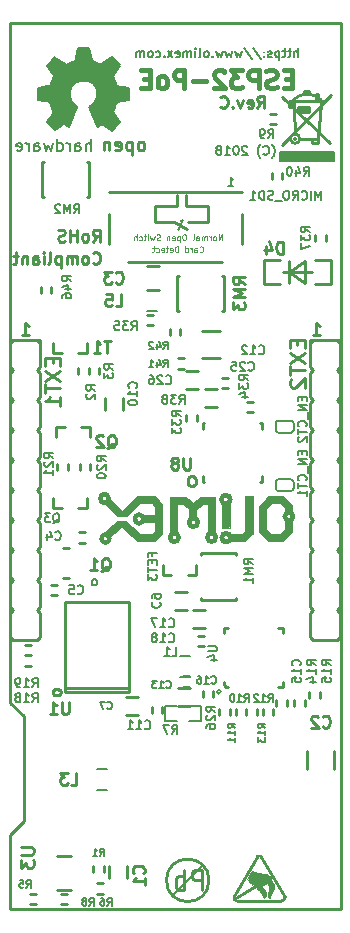
<source format=gbr>
G04 #@! TF.GenerationSoftware,KiCad,Pcbnew,5.1.0-rc1-unknown-9a8afdf~76~ubuntu18.04.1*
G04 #@! TF.CreationDate,2019-02-22T09:22:25+02:00
G04 #@! TF.ProjectId,ESP32-PoE_Rev_C,45535033-322d-4506-9f45-5f5265765f43,C*
G04 #@! TF.SameCoordinates,Original*
G04 #@! TF.FileFunction,Legend,Bot*
G04 #@! TF.FilePolarity,Positive*
%FSLAX46Y46*%
G04 Gerber Fmt 4.6, Leading zero omitted, Abs format (unit mm)*
G04 Created by KiCad (PCBNEW 5.1.0-rc1-unknown-9a8afdf~76~ubuntu18.04.1) date 2019-02-22 09:22:25*
%MOMM*%
%LPD*%
G04 APERTURE LIST*
%ADD10C,0.190500*%
%ADD11C,0.254000*%
%ADD12C,0.381000*%
%ADD13C,0.127000*%
%ADD14C,0.200000*%
%ADD15C,0.050000*%
%ADD16C,0.150000*%
%ADD17C,0.400000*%
%ADD18C,0.700000*%
%ADD19C,0.500000*%
%ADD20C,0.100000*%
%ADD21C,0.420000*%
%ADD22C,0.370000*%
%ADD23C,0.380000*%
%ADD24C,1.000000*%
%ADD25C,0.152400*%
%ADD26C,0.125000*%
%ADD27C,0.158750*%
%ADD28C,0.180000*%
G04 APERTURE END LIST*
D10*
X108621285Y-108929714D02*
X109056714Y-108929714D01*
X108839000Y-108929714D02*
X108839000Y-108167714D01*
X108911571Y-108276571D01*
X108984142Y-108349142D01*
X109056714Y-108385428D01*
D11*
X97182819Y-115424857D02*
X97231200Y-115473238D01*
X97376342Y-115521619D01*
X97473104Y-115521619D01*
X97618247Y-115473238D01*
X97715009Y-115376476D01*
X97763390Y-115279714D01*
X97811771Y-115086190D01*
X97811771Y-114941047D01*
X97763390Y-114747523D01*
X97715009Y-114650761D01*
X97618247Y-114554000D01*
X97473104Y-114505619D01*
X97376342Y-114505619D01*
X97231200Y-114554000D01*
X97182819Y-114602380D01*
X96602247Y-115521619D02*
X96699009Y-115473238D01*
X96747390Y-115424857D01*
X96795771Y-115328095D01*
X96795771Y-115037809D01*
X96747390Y-114941047D01*
X96699009Y-114892666D01*
X96602247Y-114844285D01*
X96457104Y-114844285D01*
X96360342Y-114892666D01*
X96311961Y-114941047D01*
X96263580Y-115037809D01*
X96263580Y-115328095D01*
X96311961Y-115424857D01*
X96360342Y-115473238D01*
X96457104Y-115521619D01*
X96602247Y-115521619D01*
X95828152Y-115521619D02*
X95828152Y-114844285D01*
X95828152Y-114941047D02*
X95779771Y-114892666D01*
X95683009Y-114844285D01*
X95537866Y-114844285D01*
X95441104Y-114892666D01*
X95392723Y-114989428D01*
X95392723Y-115521619D01*
X95392723Y-114989428D02*
X95344342Y-114892666D01*
X95247580Y-114844285D01*
X95102438Y-114844285D01*
X95005676Y-114892666D01*
X94957295Y-114989428D01*
X94957295Y-115521619D01*
X94473485Y-114844285D02*
X94473485Y-115860285D01*
X94473485Y-114892666D02*
X94376723Y-114844285D01*
X94183200Y-114844285D01*
X94086438Y-114892666D01*
X94038057Y-114941047D01*
X93989676Y-115037809D01*
X93989676Y-115328095D01*
X94038057Y-115424857D01*
X94086438Y-115473238D01*
X94183200Y-115521619D01*
X94376723Y-115521619D01*
X94473485Y-115473238D01*
X93409104Y-115521619D02*
X93505866Y-115473238D01*
X93554247Y-115376476D01*
X93554247Y-114505619D01*
X93022057Y-115521619D02*
X93022057Y-114844285D01*
X93022057Y-114505619D02*
X93070438Y-114554000D01*
X93022057Y-114602380D01*
X92973676Y-114554000D01*
X93022057Y-114505619D01*
X93022057Y-114602380D01*
X92102819Y-115521619D02*
X92102819Y-114989428D01*
X92151200Y-114892666D01*
X92247961Y-114844285D01*
X92441485Y-114844285D01*
X92538247Y-114892666D01*
X92102819Y-115473238D02*
X92199580Y-115521619D01*
X92441485Y-115521619D01*
X92538247Y-115473238D01*
X92586628Y-115376476D01*
X92586628Y-115279714D01*
X92538247Y-115182952D01*
X92441485Y-115134571D01*
X92199580Y-115134571D01*
X92102819Y-115086190D01*
X91619009Y-114844285D02*
X91619009Y-115521619D01*
X91619009Y-114941047D02*
X91570628Y-114892666D01*
X91473866Y-114844285D01*
X91328723Y-114844285D01*
X91231961Y-114892666D01*
X91183580Y-114989428D01*
X91183580Y-115521619D01*
X90844914Y-114844285D02*
X90457866Y-114844285D01*
X90699771Y-114505619D02*
X90699771Y-115376476D01*
X90651390Y-115473238D01*
X90554628Y-115521619D01*
X90457866Y-115521619D01*
X97173142Y-113616619D02*
X97511809Y-113132809D01*
X97753714Y-113616619D02*
X97753714Y-112600619D01*
X97366666Y-112600619D01*
X97269904Y-112649000D01*
X97221523Y-112697380D01*
X97173142Y-112794142D01*
X97173142Y-112939285D01*
X97221523Y-113036047D01*
X97269904Y-113084428D01*
X97366666Y-113132809D01*
X97753714Y-113132809D01*
X96592571Y-113616619D02*
X96689333Y-113568238D01*
X96737714Y-113519857D01*
X96786095Y-113423095D01*
X96786095Y-113132809D01*
X96737714Y-113036047D01*
X96689333Y-112987666D01*
X96592571Y-112939285D01*
X96447428Y-112939285D01*
X96350666Y-112987666D01*
X96302285Y-113036047D01*
X96253904Y-113132809D01*
X96253904Y-113423095D01*
X96302285Y-113519857D01*
X96350666Y-113568238D01*
X96447428Y-113616619D01*
X96592571Y-113616619D01*
X95818476Y-113616619D02*
X95818476Y-112600619D01*
X95818476Y-113084428D02*
X95237904Y-113084428D01*
X95237904Y-113616619D02*
X95237904Y-112600619D01*
X94802476Y-113568238D02*
X94657333Y-113616619D01*
X94415428Y-113616619D01*
X94318666Y-113568238D01*
X94270285Y-113519857D01*
X94221904Y-113423095D01*
X94221904Y-113326333D01*
X94270285Y-113229571D01*
X94318666Y-113181190D01*
X94415428Y-113132809D01*
X94608952Y-113084428D01*
X94705714Y-113036047D01*
X94754095Y-112987666D01*
X94802476Y-112890904D01*
X94802476Y-112794142D01*
X94754095Y-112697380D01*
X94705714Y-112649000D01*
X94608952Y-112600619D01*
X94367047Y-112600619D01*
X94221904Y-112649000D01*
X115787714Y-121490619D02*
X116368285Y-121490619D01*
X116078000Y-121490619D02*
X116078000Y-120474619D01*
X116174761Y-120619761D01*
X116271523Y-120716523D01*
X116368285Y-120764904D01*
X91149714Y-121490619D02*
X91730285Y-121490619D01*
X91440000Y-121490619D02*
X91440000Y-120474619D01*
X91536761Y-120619761D01*
X91633523Y-120716523D01*
X91730285Y-120764904D01*
X90150000Y-163830000D02*
X90150000Y-170150000D01*
X91313000Y-162687000D02*
X90150000Y-163830000D01*
X91313000Y-153797000D02*
X91313000Y-162687000D01*
X90150000Y-152654000D02*
X91313000Y-153797000D01*
X90150000Y-152654000D02*
X90150000Y-95150000D01*
X90150000Y-170150000D02*
X118150000Y-170150000D01*
D12*
X114046000Y-99840142D02*
X113538000Y-99840142D01*
X113320285Y-100638428D02*
X114046000Y-100638428D01*
X114046000Y-99114428D01*
X113320285Y-99114428D01*
X112739714Y-100565857D02*
X112522000Y-100638428D01*
X112159142Y-100638428D01*
X112014000Y-100565857D01*
X111941428Y-100493285D01*
X111868857Y-100348142D01*
X111868857Y-100203000D01*
X111941428Y-100057857D01*
X112014000Y-99985285D01*
X112159142Y-99912714D01*
X112449428Y-99840142D01*
X112594571Y-99767571D01*
X112667142Y-99695000D01*
X112739714Y-99549857D01*
X112739714Y-99404714D01*
X112667142Y-99259571D01*
X112594571Y-99187000D01*
X112449428Y-99114428D01*
X112086571Y-99114428D01*
X111868857Y-99187000D01*
X111215714Y-100638428D02*
X111215714Y-99114428D01*
X110635142Y-99114428D01*
X110490000Y-99187000D01*
X110417428Y-99259571D01*
X110344857Y-99404714D01*
X110344857Y-99622428D01*
X110417428Y-99767571D01*
X110490000Y-99840142D01*
X110635142Y-99912714D01*
X111215714Y-99912714D01*
X109836857Y-99114428D02*
X108893428Y-99114428D01*
X109401428Y-99695000D01*
X109183714Y-99695000D01*
X109038571Y-99767571D01*
X108966000Y-99840142D01*
X108893428Y-99985285D01*
X108893428Y-100348142D01*
X108966000Y-100493285D01*
X109038571Y-100565857D01*
X109183714Y-100638428D01*
X109619142Y-100638428D01*
X109764285Y-100565857D01*
X109836857Y-100493285D01*
X108312857Y-99259571D02*
X108240285Y-99187000D01*
X108095142Y-99114428D01*
X107732285Y-99114428D01*
X107587142Y-99187000D01*
X107514571Y-99259571D01*
X107442000Y-99404714D01*
X107442000Y-99549857D01*
X107514571Y-99767571D01*
X108385428Y-100638428D01*
X107442000Y-100638428D01*
X106788857Y-100057857D02*
X105627714Y-100057857D01*
X104902000Y-100638428D02*
X104902000Y-99114428D01*
X104321428Y-99114428D01*
X104176285Y-99187000D01*
X104103714Y-99259571D01*
X104031142Y-99404714D01*
X104031142Y-99622428D01*
X104103714Y-99767571D01*
X104176285Y-99840142D01*
X104321428Y-99912714D01*
X104902000Y-99912714D01*
X103160285Y-100638428D02*
X103305428Y-100565857D01*
X103378000Y-100493285D01*
X103450571Y-100348142D01*
X103450571Y-99912714D01*
X103378000Y-99767571D01*
X103305428Y-99695000D01*
X103160285Y-99622428D01*
X102942571Y-99622428D01*
X102797428Y-99695000D01*
X102724857Y-99767571D01*
X102652285Y-99912714D01*
X102652285Y-100348142D01*
X102724857Y-100493285D01*
X102797428Y-100565857D01*
X102942571Y-100638428D01*
X103160285Y-100638428D01*
X101999142Y-99840142D02*
X101491142Y-99840142D01*
X101273428Y-100638428D02*
X101999142Y-100638428D01*
X101999142Y-99114428D01*
X101273428Y-99114428D01*
D11*
X111112904Y-102313619D02*
X111451571Y-101829809D01*
X111693476Y-102313619D02*
X111693476Y-101297619D01*
X111306428Y-101297619D01*
X111209666Y-101346000D01*
X111161285Y-101394380D01*
X111112904Y-101491142D01*
X111112904Y-101636285D01*
X111161285Y-101733047D01*
X111209666Y-101781428D01*
X111306428Y-101829809D01*
X111693476Y-101829809D01*
X110290428Y-102265238D02*
X110387190Y-102313619D01*
X110580714Y-102313619D01*
X110677476Y-102265238D01*
X110725857Y-102168476D01*
X110725857Y-101781428D01*
X110677476Y-101684666D01*
X110580714Y-101636285D01*
X110387190Y-101636285D01*
X110290428Y-101684666D01*
X110242047Y-101781428D01*
X110242047Y-101878190D01*
X110725857Y-101974952D01*
X109903380Y-101636285D02*
X109661476Y-102313619D01*
X109419571Y-101636285D01*
X109032523Y-102216857D02*
X108984142Y-102265238D01*
X109032523Y-102313619D01*
X109080904Y-102265238D01*
X109032523Y-102216857D01*
X109032523Y-102313619D01*
X107968142Y-102216857D02*
X108016523Y-102265238D01*
X108161666Y-102313619D01*
X108258428Y-102313619D01*
X108403571Y-102265238D01*
X108500333Y-102168476D01*
X108548714Y-102071714D01*
X108597095Y-101878190D01*
X108597095Y-101733047D01*
X108548714Y-101539523D01*
X108500333Y-101442761D01*
X108403571Y-101346000D01*
X108258428Y-101297619D01*
X108161666Y-101297619D01*
X108016523Y-101346000D01*
X107968142Y-101394380D01*
D10*
X112340571Y-106553000D02*
X112376857Y-106516714D01*
X112449428Y-106407857D01*
X112485714Y-106335285D01*
X112522000Y-106226428D01*
X112558285Y-106045000D01*
X112558285Y-105899857D01*
X112522000Y-105718428D01*
X112485714Y-105609571D01*
X112449428Y-105537000D01*
X112376857Y-105428142D01*
X112340571Y-105391857D01*
X111614857Y-106190142D02*
X111651142Y-106226428D01*
X111760000Y-106262714D01*
X111832571Y-106262714D01*
X111941428Y-106226428D01*
X112014000Y-106153857D01*
X112050285Y-106081285D01*
X112086571Y-105936142D01*
X112086571Y-105827285D01*
X112050285Y-105682142D01*
X112014000Y-105609571D01*
X111941428Y-105537000D01*
X111832571Y-105500714D01*
X111760000Y-105500714D01*
X111651142Y-105537000D01*
X111614857Y-105573285D01*
X111360857Y-106553000D02*
X111324571Y-106516714D01*
X111252000Y-106407857D01*
X111215714Y-106335285D01*
X111179428Y-106226428D01*
X111143142Y-106045000D01*
X111143142Y-105899857D01*
X111179428Y-105718428D01*
X111215714Y-105609571D01*
X111252000Y-105537000D01*
X111324571Y-105428142D01*
X111360857Y-105391857D01*
X110236000Y-105573285D02*
X110199714Y-105537000D01*
X110127142Y-105500714D01*
X109945714Y-105500714D01*
X109873142Y-105537000D01*
X109836857Y-105573285D01*
X109800571Y-105645857D01*
X109800571Y-105718428D01*
X109836857Y-105827285D01*
X110272285Y-106262714D01*
X109800571Y-106262714D01*
X109328857Y-105500714D02*
X109256285Y-105500714D01*
X109183714Y-105537000D01*
X109147428Y-105573285D01*
X109111142Y-105645857D01*
X109074857Y-105791000D01*
X109074857Y-105972428D01*
X109111142Y-106117571D01*
X109147428Y-106190142D01*
X109183714Y-106226428D01*
X109256285Y-106262714D01*
X109328857Y-106262714D01*
X109401428Y-106226428D01*
X109437714Y-106190142D01*
X109474000Y-106117571D01*
X109510285Y-105972428D01*
X109510285Y-105791000D01*
X109474000Y-105645857D01*
X109437714Y-105573285D01*
X109401428Y-105537000D01*
X109328857Y-105500714D01*
X108349142Y-106262714D02*
X108784571Y-106262714D01*
X108566857Y-106262714D02*
X108566857Y-105500714D01*
X108639428Y-105609571D01*
X108712000Y-105682142D01*
X108784571Y-105718428D01*
X107913714Y-105827285D02*
X107986285Y-105791000D01*
X108022571Y-105754714D01*
X108058857Y-105682142D01*
X108058857Y-105645857D01*
X108022571Y-105573285D01*
X107986285Y-105537000D01*
X107913714Y-105500714D01*
X107768571Y-105500714D01*
X107696000Y-105537000D01*
X107659714Y-105573285D01*
X107623428Y-105645857D01*
X107623428Y-105682142D01*
X107659714Y-105754714D01*
X107696000Y-105791000D01*
X107768571Y-105827285D01*
X107913714Y-105827285D01*
X107986285Y-105863571D01*
X108022571Y-105899857D01*
X108058857Y-105972428D01*
X108058857Y-106117571D01*
X108022571Y-106190142D01*
X107986285Y-106226428D01*
X107913714Y-106262714D01*
X107768571Y-106262714D01*
X107696000Y-106226428D01*
X107659714Y-106190142D01*
X107623428Y-106117571D01*
X107623428Y-105972428D01*
X107659714Y-105899857D01*
X107696000Y-105863571D01*
X107768571Y-105827285D01*
X114535857Y-98007714D02*
X114535857Y-97245714D01*
X114209285Y-98007714D02*
X114209285Y-97608571D01*
X114245571Y-97536000D01*
X114318142Y-97499714D01*
X114427000Y-97499714D01*
X114499571Y-97536000D01*
X114535857Y-97572285D01*
X113955285Y-97499714D02*
X113665000Y-97499714D01*
X113846428Y-97245714D02*
X113846428Y-97898857D01*
X113810142Y-97971428D01*
X113737571Y-98007714D01*
X113665000Y-98007714D01*
X113519857Y-97499714D02*
X113229571Y-97499714D01*
X113411000Y-97245714D02*
X113411000Y-97898857D01*
X113374714Y-97971428D01*
X113302142Y-98007714D01*
X113229571Y-98007714D01*
X112975571Y-97499714D02*
X112975571Y-98261714D01*
X112975571Y-97536000D02*
X112903000Y-97499714D01*
X112757857Y-97499714D01*
X112685285Y-97536000D01*
X112649000Y-97572285D01*
X112612714Y-97644857D01*
X112612714Y-97862571D01*
X112649000Y-97935142D01*
X112685285Y-97971428D01*
X112757857Y-98007714D01*
X112903000Y-98007714D01*
X112975571Y-97971428D01*
X112322428Y-97971428D02*
X112249857Y-98007714D01*
X112104714Y-98007714D01*
X112032142Y-97971428D01*
X111995857Y-97898857D01*
X111995857Y-97862571D01*
X112032142Y-97790000D01*
X112104714Y-97753714D01*
X112213571Y-97753714D01*
X112286142Y-97717428D01*
X112322428Y-97644857D01*
X112322428Y-97608571D01*
X112286142Y-97536000D01*
X112213571Y-97499714D01*
X112104714Y-97499714D01*
X112032142Y-97536000D01*
X111669285Y-97935142D02*
X111633000Y-97971428D01*
X111669285Y-98007714D01*
X111705571Y-97971428D01*
X111669285Y-97935142D01*
X111669285Y-98007714D01*
X111669285Y-97536000D02*
X111633000Y-97572285D01*
X111669285Y-97608571D01*
X111705571Y-97572285D01*
X111669285Y-97536000D01*
X111669285Y-97608571D01*
X110762142Y-97209428D02*
X111415285Y-98189142D01*
X109963857Y-97209428D02*
X110617000Y-98189142D01*
X109782428Y-97499714D02*
X109637285Y-98007714D01*
X109492142Y-97644857D01*
X109347000Y-98007714D01*
X109201857Y-97499714D01*
X108984142Y-97499714D02*
X108839000Y-98007714D01*
X108693857Y-97644857D01*
X108548714Y-98007714D01*
X108403571Y-97499714D01*
X108185857Y-97499714D02*
X108040714Y-98007714D01*
X107895571Y-97644857D01*
X107750428Y-98007714D01*
X107605285Y-97499714D01*
X107315000Y-97935142D02*
X107278714Y-97971428D01*
X107315000Y-98007714D01*
X107351285Y-97971428D01*
X107315000Y-97935142D01*
X107315000Y-98007714D01*
X106843285Y-98007714D02*
X106915857Y-97971428D01*
X106952142Y-97935142D01*
X106988428Y-97862571D01*
X106988428Y-97644857D01*
X106952142Y-97572285D01*
X106915857Y-97536000D01*
X106843285Y-97499714D01*
X106734428Y-97499714D01*
X106661857Y-97536000D01*
X106625571Y-97572285D01*
X106589285Y-97644857D01*
X106589285Y-97862571D01*
X106625571Y-97935142D01*
X106661857Y-97971428D01*
X106734428Y-98007714D01*
X106843285Y-98007714D01*
X106153857Y-98007714D02*
X106226428Y-97971428D01*
X106262714Y-97898857D01*
X106262714Y-97245714D01*
X105863571Y-98007714D02*
X105863571Y-97499714D01*
X105863571Y-97245714D02*
X105899857Y-97282000D01*
X105863571Y-97318285D01*
X105827285Y-97282000D01*
X105863571Y-97245714D01*
X105863571Y-97318285D01*
X105500714Y-98007714D02*
X105500714Y-97499714D01*
X105500714Y-97572285D02*
X105464428Y-97536000D01*
X105391857Y-97499714D01*
X105283000Y-97499714D01*
X105210428Y-97536000D01*
X105174142Y-97608571D01*
X105174142Y-98007714D01*
X105174142Y-97608571D02*
X105137857Y-97536000D01*
X105065285Y-97499714D01*
X104956428Y-97499714D01*
X104883857Y-97536000D01*
X104847571Y-97608571D01*
X104847571Y-98007714D01*
X104194428Y-97971428D02*
X104267000Y-98007714D01*
X104412142Y-98007714D01*
X104484714Y-97971428D01*
X104521000Y-97898857D01*
X104521000Y-97608571D01*
X104484714Y-97536000D01*
X104412142Y-97499714D01*
X104267000Y-97499714D01*
X104194428Y-97536000D01*
X104158142Y-97608571D01*
X104158142Y-97681142D01*
X104521000Y-97753714D01*
X103904142Y-98007714D02*
X103505000Y-97499714D01*
X103904142Y-97499714D02*
X103505000Y-98007714D01*
X103214714Y-97935142D02*
X103178428Y-97971428D01*
X103214714Y-98007714D01*
X103251000Y-97971428D01*
X103214714Y-97935142D01*
X103214714Y-98007714D01*
X102525285Y-97971428D02*
X102597857Y-98007714D01*
X102743000Y-98007714D01*
X102815571Y-97971428D01*
X102851857Y-97935142D01*
X102888142Y-97862571D01*
X102888142Y-97644857D01*
X102851857Y-97572285D01*
X102815571Y-97536000D01*
X102743000Y-97499714D01*
X102597857Y-97499714D01*
X102525285Y-97536000D01*
X102089857Y-98007714D02*
X102162428Y-97971428D01*
X102198714Y-97935142D01*
X102235000Y-97862571D01*
X102235000Y-97644857D01*
X102198714Y-97572285D01*
X102162428Y-97536000D01*
X102089857Y-97499714D01*
X101981000Y-97499714D01*
X101908428Y-97536000D01*
X101872142Y-97572285D01*
X101835857Y-97644857D01*
X101835857Y-97862571D01*
X101872142Y-97935142D01*
X101908428Y-97971428D01*
X101981000Y-98007714D01*
X102089857Y-98007714D01*
X101509285Y-98007714D02*
X101509285Y-97499714D01*
X101509285Y-97572285D02*
X101473000Y-97536000D01*
X101400428Y-97499714D01*
X101291571Y-97499714D01*
X101219000Y-97536000D01*
X101182714Y-97608571D01*
X101182714Y-98007714D01*
X101182714Y-97608571D02*
X101146428Y-97536000D01*
X101073857Y-97499714D01*
X100965000Y-97499714D01*
X100892428Y-97536000D01*
X100856142Y-97608571D01*
X100856142Y-98007714D01*
D11*
X90150000Y-95150000D02*
X118150000Y-95150000D01*
X118150000Y-170150000D02*
X118150000Y-95150000D01*
X98515000Y-111312000D02*
X98515000Y-113812000D01*
X109765000Y-111312000D02*
X109765000Y-113812000D01*
X100140000Y-115387000D02*
X108140000Y-115387000D01*
X98515000Y-109387000D02*
X109765000Y-109387000D01*
X104340000Y-109687000D02*
X104340000Y-110587000D01*
X104340000Y-110587000D02*
X102440000Y-110587000D01*
X102440000Y-110587000D02*
X102440000Y-111987000D01*
X102440000Y-111987000D02*
X104040000Y-111987000D01*
X104040000Y-111987000D02*
X105140000Y-112587000D01*
X105240000Y-111987000D02*
X106940000Y-111987000D01*
X106940000Y-111987000D02*
X106940000Y-110587000D01*
X106940000Y-110587000D02*
X105040000Y-110587000D01*
X105040000Y-110587000D02*
X105040000Y-109687000D01*
X105040000Y-109687000D02*
X105040000Y-109687000D01*
D13*
X104388528Y-112635528D02*
G75*
G03X104740000Y-111787000I-848528J848528D01*
G01*
X104740000Y-111787000D02*
X104840000Y-111887000D01*
X104740000Y-111787000D02*
X104640000Y-111887000D01*
D14*
X108021873Y-151742140D02*
G75*
G03X108021873Y-151742140I-176013J0D01*
G01*
D11*
X108645960Y-151343360D02*
X108419900Y-151343360D01*
X113243360Y-151343360D02*
X112842040Y-151343360D01*
X113243360Y-150942040D02*
X113243360Y-151343360D01*
X113243360Y-146344640D02*
X113243360Y-146745960D01*
X112842040Y-146344640D02*
X113243360Y-146344640D01*
X108244640Y-146344640D02*
X108645960Y-146344640D01*
X108244640Y-146745960D02*
X108244640Y-146344640D01*
X108244640Y-151168100D02*
X108244640Y-150942040D01*
X108419900Y-151343360D02*
X108244640Y-151168100D01*
X100266500Y-151384000D02*
X94805500Y-151384000D01*
X100266500Y-144145000D02*
X100266500Y-151765000D01*
X94805500Y-151765000D02*
X94805500Y-144145000D01*
X100266500Y-144145000D02*
X94805500Y-144145000D01*
X94805500Y-151765000D02*
X100266500Y-151765000D01*
X95300800Y-165671500D02*
X94170500Y-165671500D01*
X95300800Y-168478200D02*
X94170500Y-168478200D01*
X104305100Y-119456200D02*
X104305100Y-116509800D01*
X104317800Y-119456200D02*
X104495600Y-119456200D01*
X104292400Y-116509800D02*
X104508300Y-116509800D01*
X108115100Y-119456200D02*
X108305600Y-119456200D01*
X108305600Y-119456200D02*
X108305600Y-116509800D01*
X108305600Y-116509800D02*
X108089700Y-116509800D01*
X92875100Y-109804200D02*
X92875100Y-106857800D01*
X92887800Y-109804200D02*
X93065600Y-109804200D01*
X92862400Y-106857800D02*
X93078300Y-106857800D01*
X96685100Y-109804200D02*
X96875600Y-109804200D01*
X96875600Y-109804200D02*
X96875600Y-106857800D01*
X96875600Y-106857800D02*
X96659700Y-106857800D01*
X109296200Y-143979900D02*
X106349800Y-143979900D01*
X109296200Y-143967200D02*
X109296200Y-143789400D01*
X106349800Y-143992600D02*
X106349800Y-143776700D01*
X109296200Y-140169900D02*
X109296200Y-139979400D01*
X109296200Y-139979400D02*
X106349800Y-139979400D01*
X106349800Y-139979400D02*
X106349800Y-140195300D01*
X105029000Y-126111000D02*
X106045000Y-126111000D01*
X105029000Y-124587000D02*
X106045000Y-124587000D01*
X94615000Y-139573000D02*
X95123000Y-139573000D01*
X94615000Y-142113000D02*
X95123000Y-142113000D01*
X96266000Y-139128500D02*
X96520000Y-139128500D01*
X96266000Y-139128500D02*
X96012000Y-139128500D01*
X96266000Y-138239500D02*
X96012000Y-138239500D01*
X96266000Y-138239500D02*
X96520000Y-138239500D01*
X107950000Y-123444000D02*
X106426000Y-123444000D01*
X107950000Y-121158000D02*
X106426000Y-121158000D01*
D13*
X104267000Y-152908000D02*
X103251000Y-152908000D01*
X103251000Y-152908000D02*
X103251000Y-154178000D01*
X103251000Y-154178000D02*
X104267000Y-154178000D01*
X106299000Y-152908000D02*
X106299000Y-154178000D01*
X106299000Y-154178000D02*
X105283000Y-154178000D01*
X106299000Y-152908000D02*
X105283000Y-152908000D01*
D11*
X111066580Y-165719760D02*
X109138720Y-169064940D01*
X113123980Y-169430700D02*
X109359700Y-169428160D01*
X113421160Y-169148760D02*
X111442500Y-165724840D01*
X111107220Y-165668960D02*
G75*
G02X111396780Y-165668960I144780J-144780D01*
G01*
X113423700Y-169184320D02*
G75*
G02X113202720Y-169425620I-231140J-10160D01*
G01*
X109352080Y-169428160D02*
G75*
G02X109128560Y-169133520I35560J259080D01*
G01*
D15*
X111066580Y-168396920D02*
X111188500Y-168485820D01*
X111188500Y-168485820D02*
X111244380Y-168534080D01*
X111244380Y-168534080D02*
X111328200Y-168628060D01*
X111404400Y-168744900D02*
X111650780Y-169161460D01*
X111328200Y-168628060D02*
X111404400Y-168744900D01*
X111650780Y-169161460D02*
X111729520Y-169148760D01*
X111732060Y-169148760D02*
X111765080Y-169128440D01*
X111770160Y-169123360D02*
X111787940Y-169101750D01*
X111787940Y-169100500D02*
X111805720Y-169052240D01*
X111805720Y-169052240D02*
X111815980Y-168978580D01*
X111815880Y-168978580D02*
X111818420Y-168851580D01*
X111818420Y-168851580D02*
X111803180Y-168716960D01*
X111803180Y-168716960D02*
X111770160Y-168595040D01*
X111770160Y-168589960D02*
X111726980Y-168501060D01*
X111726980Y-168501060D02*
X111673640Y-168422320D01*
X111673640Y-168422320D02*
X111427260Y-168198800D01*
X111429800Y-168201340D02*
X111925100Y-167896540D01*
X111925100Y-167896540D02*
X112003840Y-168036240D01*
X112003840Y-168036240D02*
X112087660Y-168160700D01*
X112087660Y-168160700D02*
X112090200Y-168219120D01*
X112092740Y-168219120D02*
X112077500Y-168287700D01*
X112077500Y-168287700D02*
X112090200Y-168574720D01*
X112090200Y-168574720D02*
X112059720Y-168633140D01*
X112059720Y-168633140D02*
X112029240Y-168716960D01*
X112029240Y-168716960D02*
X112006380Y-168841420D01*
X112006380Y-168841420D02*
X111998760Y-168953180D01*
X111998760Y-168953180D02*
X112014000Y-169067480D01*
X112014000Y-169067480D02*
X112044480Y-169136060D01*
X112044480Y-169136060D02*
X112085120Y-169169080D01*
X112085120Y-169169080D02*
X112125760Y-169179240D01*
X112125760Y-169179240D02*
X112166400Y-169164000D01*
X112171480Y-169161460D02*
X112199420Y-169130980D01*
X112199420Y-169130980D02*
X112486440Y-168315640D01*
X112488980Y-168318180D02*
X112501680Y-168257220D01*
X112501680Y-168254680D02*
X112501680Y-168140380D01*
X112501680Y-168137840D02*
X112486440Y-168046400D01*
X112486440Y-168043000D02*
X112417860Y-167903000D01*
X112417860Y-167906700D02*
X112285780Y-167703500D01*
X112087660Y-167383460D02*
X111993680Y-167264080D01*
X111993680Y-167264080D02*
X111950500Y-167218360D01*
X111947960Y-167215820D02*
X111914940Y-167192960D01*
X111914940Y-167192960D02*
X111843820Y-167172640D01*
X111843820Y-167172640D02*
X111180880Y-167083740D01*
X111180880Y-167083740D02*
X110909100Y-167035480D01*
X110906560Y-167038020D02*
X110792260Y-166989760D01*
X110792260Y-166989760D02*
X110619540Y-166880540D01*
X110614460Y-166880540D02*
X110210600Y-167579040D01*
X110210600Y-167579040D02*
X110342680Y-167700960D01*
X110345220Y-167703500D02*
X110444280Y-167845740D01*
X110550960Y-167954960D02*
X110761780Y-168153080D01*
X110439200Y-167843200D02*
X110553500Y-167957500D01*
D11*
X111937800Y-167360600D02*
X110794800Y-168026080D01*
X111732060Y-167294560D02*
X110708440Y-167932100D01*
X111460280Y-167225980D02*
X110571280Y-167800020D01*
X111158020Y-167190420D02*
X110459520Y-167650160D01*
X110893860Y-167147240D02*
X110357920Y-167533320D01*
X110738920Y-167081200D02*
X110512860Y-167271700D01*
X111841280Y-167292020D02*
X110863380Y-167147240D01*
X110655100Y-167030400D02*
X110474760Y-167327580D01*
X110479840Y-167652700D02*
X110657640Y-167873680D01*
X112171480Y-167736520D02*
X112372140Y-168112440D01*
X112016540Y-167787320D02*
X112303560Y-168226740D01*
X112400080Y-168191180D02*
X112128300Y-169024300D01*
X112204500Y-168148000D02*
X112222280Y-168549320D01*
X112222280Y-168556940D02*
X112130840Y-168882060D01*
X111676180Y-168785540D02*
X111696500Y-169034460D01*
X111602520Y-168541700D02*
X111676180Y-168785540D01*
X111246920Y-168216580D02*
X111602520Y-168541700D01*
X111498380Y-168643300D02*
X111191040Y-168318180D01*
X111696500Y-169034460D02*
X111498380Y-168643300D01*
X112372140Y-167335200D02*
X109159040Y-169275760D01*
X112158780Y-167617140D02*
X111053880Y-168282620D01*
X96672400Y-123063000D02*
X95961200Y-123063000D01*
X96672400Y-122224800D02*
X96672400Y-123063000D01*
X93827600Y-122224800D02*
X93827600Y-123063000D01*
X94538800Y-123063000D02*
X93827600Y-123063000D01*
X107696000Y-126111000D02*
X106680000Y-126111000D01*
X107696000Y-127635000D02*
X106680000Y-127635000D01*
X96075500Y-132715000D02*
X96075500Y-132969000D01*
X96075500Y-132715000D02*
X96075500Y-132461000D01*
X96964500Y-132715000D02*
X96964500Y-132461000D01*
X96964500Y-132715000D02*
X96964500Y-132969000D01*
X95059500Y-132715000D02*
X95059500Y-132461000D01*
X95059500Y-132715000D02*
X95059500Y-132969000D01*
X94170500Y-132715000D02*
X94170500Y-132969000D01*
X94170500Y-132715000D02*
X94170500Y-132461000D01*
X106466000Y-128945000D02*
X106566000Y-128945000D01*
X111366000Y-128945000D02*
X111466000Y-128945000D01*
X111466000Y-128945000D02*
X111466000Y-129445000D01*
X111466000Y-133445000D02*
X111466000Y-133945000D01*
X111466000Y-133945000D02*
X111366000Y-133945000D01*
X106566000Y-133945000D02*
X106466000Y-133945000D01*
X106466000Y-133945000D02*
X106466000Y-133445000D01*
X106466000Y-129445000D02*
X106466000Y-128945000D01*
X116903500Y-113284000D02*
X116903500Y-113030000D01*
X116903500Y-113284000D02*
X116903500Y-113538000D01*
X116014500Y-113284000D02*
X116014500Y-113538000D01*
X116014500Y-113284000D02*
X116014500Y-113030000D01*
X115160400Y-115255200D02*
X115160400Y-117160200D01*
X113788800Y-115255200D02*
X113788800Y-117160200D01*
X113788800Y-116169600D02*
X115160400Y-117160200D01*
X115160400Y-115255200D02*
X113788800Y-116169600D01*
X115744600Y-116207700D02*
X113268100Y-116207700D01*
X111693300Y-117185600D02*
X112988700Y-117185600D01*
X111706000Y-115179000D02*
X113001400Y-115179000D01*
X111680600Y-117185600D02*
X111680600Y-115191700D01*
X117332100Y-117198300D02*
X115960500Y-117198300D01*
X117332100Y-115179000D02*
X115960500Y-115179000D01*
X117332100Y-117198300D02*
X117332100Y-115179000D01*
X93853000Y-143573500D02*
X94107000Y-143573500D01*
X93853000Y-143573500D02*
X93599000Y-143573500D01*
X93853000Y-142684500D02*
X93599000Y-142684500D01*
X93853000Y-142684500D02*
X94107000Y-142684500D01*
D13*
X104597200Y-150495000D02*
X105435400Y-150495000D01*
X104597200Y-148717000D02*
X105435400Y-148717000D01*
D11*
X94081600Y-129286000D02*
X94792800Y-129286000D01*
X94081600Y-130124200D02*
X94081600Y-129286000D01*
X96926400Y-130124200D02*
X96926400Y-129286000D01*
X96215200Y-129286000D02*
X96926400Y-129286000D01*
X99949000Y-153670000D02*
X100965000Y-153670000D01*
X99949000Y-152146000D02*
X100965000Y-152146000D01*
X104140000Y-144780000D02*
X105156000Y-144780000D01*
X104140000Y-143256000D02*
X105156000Y-143256000D01*
X105410000Y-151384000D02*
X104394000Y-151384000D01*
X105410000Y-152908000D02*
X104394000Y-152908000D01*
X106680000Y-144780000D02*
X105664000Y-144780000D01*
X106680000Y-146304000D02*
X105664000Y-146304000D01*
X115316000Y-158242000D02*
X115316000Y-156718000D01*
X117602000Y-158242000D02*
X117602000Y-156718000D01*
D13*
X101803200Y-119507000D02*
X102641400Y-119507000D01*
X101803200Y-117729000D02*
X102641400Y-117729000D01*
D11*
X96672400Y-136144000D02*
X95961200Y-136144000D01*
X96672400Y-135305800D02*
X96672400Y-136144000D01*
X93827600Y-135305800D02*
X93827600Y-136144000D01*
X94538800Y-136144000D02*
X93827600Y-136144000D01*
X98552000Y-166497000D02*
X98552000Y-167513000D01*
X100076000Y-166497000D02*
X100076000Y-167513000D01*
X90170000Y-121950000D02*
X92710000Y-121950000D01*
X92456000Y-127030000D02*
X92710000Y-127284000D01*
X92710000Y-126776000D02*
X92456000Y-127030000D01*
X92710000Y-124236000D02*
X92710000Y-122458000D01*
X92456000Y-124490000D02*
X92710000Y-124236000D01*
X92710000Y-124744000D02*
X92456000Y-124490000D01*
X92710000Y-126776000D02*
X92710000Y-124744000D01*
X92710000Y-122458000D02*
X92710000Y-121950000D01*
X92710000Y-122204000D02*
X92456000Y-121950000D01*
X90424000Y-121950000D02*
X90170000Y-122204000D01*
X92710000Y-129316000D02*
X92710000Y-127284000D01*
X92456000Y-129570000D02*
X92710000Y-129316000D01*
X92710000Y-132364000D02*
X92456000Y-132110000D01*
X92710000Y-131856000D02*
X92710000Y-129824000D01*
X92456000Y-132110000D02*
X92710000Y-131856000D01*
X90170000Y-131856000D02*
X90424000Y-132110000D01*
X90170000Y-129824000D02*
X90170000Y-131856000D01*
X90424000Y-129570000D02*
X90170000Y-129824000D01*
X90170000Y-129316000D02*
X90424000Y-129570000D01*
X90170000Y-127284000D02*
X90170000Y-129316000D01*
X90424000Y-127030000D02*
X90170000Y-127284000D01*
X90170000Y-126776000D02*
X90424000Y-127030000D01*
X90170000Y-124744000D02*
X90170000Y-126776000D01*
X90424000Y-124490000D02*
X90170000Y-124744000D01*
X90170000Y-124236000D02*
X90424000Y-124490000D01*
X90170000Y-122204000D02*
X90170000Y-124236000D01*
X90170000Y-121950000D02*
X90170000Y-122204000D01*
X90424000Y-132110000D02*
X90170000Y-132364000D01*
X90170000Y-132364000D02*
X90170000Y-134396000D01*
X90170000Y-136936000D02*
X90424000Y-137190000D01*
X92710000Y-134396000D02*
X92710000Y-132364000D01*
X92710000Y-129824000D02*
X92456000Y-129570000D01*
X92456000Y-137190000D02*
X92710000Y-136936000D01*
X90170000Y-134904000D02*
X90170000Y-136936000D01*
X90424000Y-134650000D02*
X90170000Y-134904000D01*
X92710000Y-136936000D02*
X92710000Y-134904000D01*
X92456000Y-134650000D02*
X92710000Y-134396000D01*
X92710000Y-134904000D02*
X92456000Y-134650000D01*
X90170000Y-134396000D02*
X90424000Y-134650000D01*
X90170000Y-136936000D02*
X90424000Y-137190000D01*
X92456000Y-137190000D02*
X92710000Y-136936000D01*
X92710000Y-136936000D02*
X92710000Y-134904000D01*
X90170000Y-134904000D02*
X90170000Y-136936000D01*
X90424000Y-134650000D02*
X90170000Y-134904000D01*
X92710000Y-134904000D02*
X92456000Y-134650000D01*
X92710000Y-139984000D02*
X92456000Y-139730000D01*
X90424000Y-139730000D02*
X90170000Y-139984000D01*
X90170000Y-139984000D02*
X90170000Y-142016000D01*
X92710000Y-142016000D02*
X92710000Y-139984000D01*
X92456000Y-142270000D02*
X92710000Y-142016000D01*
X90170000Y-142016000D02*
X90424000Y-142270000D01*
X90170000Y-139476000D02*
X90424000Y-139730000D01*
X92710000Y-139984000D02*
X92456000Y-139730000D01*
X92456000Y-139730000D02*
X92710000Y-139476000D01*
X92710000Y-142016000D02*
X92710000Y-139984000D01*
X90424000Y-139730000D02*
X90170000Y-139984000D01*
X90170000Y-139984000D02*
X90170000Y-142016000D01*
X92456000Y-142270000D02*
X92710000Y-142016000D01*
X92710000Y-139476000D02*
X92710000Y-137444000D01*
X90170000Y-142016000D02*
X90424000Y-142270000D01*
X90170000Y-137444000D02*
X90170000Y-139476000D01*
X90424000Y-137190000D02*
X90170000Y-137444000D01*
X92710000Y-137444000D02*
X92456000Y-137190000D01*
X92710000Y-142524000D02*
X92456000Y-142270000D01*
X90424000Y-142270000D02*
X90170000Y-142524000D01*
X90170000Y-142524000D02*
X90170000Y-144556000D01*
X90170000Y-147096000D02*
X90424000Y-147350000D01*
X92710000Y-144556000D02*
X92710000Y-142524000D01*
X92456000Y-147350000D02*
X92710000Y-147096000D01*
X90424000Y-147350000D02*
X92456000Y-147350000D01*
X90170000Y-145064000D02*
X90170000Y-147096000D01*
X90424000Y-144810000D02*
X90170000Y-145064000D01*
X92710000Y-147096000D02*
X92710000Y-145064000D01*
X92456000Y-144810000D02*
X92710000Y-144556000D01*
X92710000Y-145064000D02*
X92456000Y-144810000D01*
X90170000Y-144556000D02*
X90424000Y-144810000D01*
X90170000Y-147096000D02*
X90424000Y-147350000D01*
X92456000Y-147350000D02*
X92710000Y-147096000D01*
X92710000Y-147096000D02*
X92710000Y-145064000D01*
X90170000Y-145064000D02*
X90170000Y-147096000D01*
X90424000Y-144810000D02*
X90170000Y-145064000D01*
X92710000Y-145064000D02*
X92456000Y-144810000D01*
X115570000Y-121950000D02*
X118110000Y-121950000D01*
X117856000Y-127030000D02*
X118110000Y-127284000D01*
X118110000Y-126776000D02*
X117856000Y-127030000D01*
X118110000Y-124236000D02*
X118110000Y-122458000D01*
X117856000Y-124490000D02*
X118110000Y-124236000D01*
X118110000Y-124744000D02*
X117856000Y-124490000D01*
X118110000Y-126776000D02*
X118110000Y-124744000D01*
X118110000Y-122458000D02*
X118110000Y-121950000D01*
X118110000Y-122204000D02*
X117856000Y-121950000D01*
X115824000Y-121950000D02*
X115570000Y-122204000D01*
X118110000Y-129316000D02*
X118110000Y-127284000D01*
X117856000Y-129570000D02*
X118110000Y-129316000D01*
X118110000Y-132364000D02*
X117856000Y-132110000D01*
X118110000Y-131856000D02*
X118110000Y-129824000D01*
X117856000Y-132110000D02*
X118110000Y-131856000D01*
X115570000Y-131856000D02*
X115824000Y-132110000D01*
X115570000Y-129824000D02*
X115570000Y-131856000D01*
X115824000Y-129570000D02*
X115570000Y-129824000D01*
X115570000Y-129316000D02*
X115824000Y-129570000D01*
X115570000Y-127284000D02*
X115570000Y-129316000D01*
X115824000Y-127030000D02*
X115570000Y-127284000D01*
X115570000Y-126776000D02*
X115824000Y-127030000D01*
X115570000Y-124744000D02*
X115570000Y-126776000D01*
X115824000Y-124490000D02*
X115570000Y-124744000D01*
X115570000Y-124236000D02*
X115824000Y-124490000D01*
X115570000Y-122204000D02*
X115570000Y-124236000D01*
X115570000Y-121950000D02*
X115570000Y-122204000D01*
X115824000Y-132110000D02*
X115570000Y-132364000D01*
X115570000Y-132364000D02*
X115570000Y-134396000D01*
X115570000Y-136936000D02*
X115824000Y-137190000D01*
X118110000Y-134396000D02*
X118110000Y-132364000D01*
X118110000Y-129824000D02*
X117856000Y-129570000D01*
X117856000Y-137190000D02*
X118110000Y-136936000D01*
X115570000Y-134904000D02*
X115570000Y-136936000D01*
X115824000Y-134650000D02*
X115570000Y-134904000D01*
X118110000Y-136936000D02*
X118110000Y-134904000D01*
X117856000Y-134650000D02*
X118110000Y-134396000D01*
X118110000Y-134904000D02*
X117856000Y-134650000D01*
X115570000Y-134396000D02*
X115824000Y-134650000D01*
X115570000Y-136936000D02*
X115824000Y-137190000D01*
X117856000Y-137190000D02*
X118110000Y-136936000D01*
X118110000Y-136936000D02*
X118110000Y-134904000D01*
X115570000Y-134904000D02*
X115570000Y-136936000D01*
X115824000Y-134650000D02*
X115570000Y-134904000D01*
X118110000Y-134904000D02*
X117856000Y-134650000D01*
X118110000Y-139984000D02*
X117856000Y-139730000D01*
X115824000Y-139730000D02*
X115570000Y-139984000D01*
X115570000Y-139984000D02*
X115570000Y-142016000D01*
X118110000Y-142016000D02*
X118110000Y-139984000D01*
X117856000Y-142270000D02*
X118110000Y-142016000D01*
X115570000Y-142016000D02*
X115824000Y-142270000D01*
X115570000Y-139476000D02*
X115824000Y-139730000D01*
X118110000Y-139984000D02*
X117856000Y-139730000D01*
X117856000Y-139730000D02*
X118110000Y-139476000D01*
X118110000Y-142016000D02*
X118110000Y-139984000D01*
X115824000Y-139730000D02*
X115570000Y-139984000D01*
X115570000Y-139984000D02*
X115570000Y-142016000D01*
X117856000Y-142270000D02*
X118110000Y-142016000D01*
X118110000Y-139476000D02*
X118110000Y-137444000D01*
X115570000Y-142016000D02*
X115824000Y-142270000D01*
X115570000Y-137444000D02*
X115570000Y-139476000D01*
X115824000Y-137190000D02*
X115570000Y-137444000D01*
X118110000Y-137444000D02*
X117856000Y-137190000D01*
X118110000Y-142524000D02*
X117856000Y-142270000D01*
X115824000Y-142270000D02*
X115570000Y-142524000D01*
X115570000Y-142524000D02*
X115570000Y-144556000D01*
X115570000Y-147096000D02*
X115824000Y-147350000D01*
X118110000Y-144556000D02*
X118110000Y-142524000D01*
X117856000Y-147350000D02*
X118110000Y-147096000D01*
X115824000Y-147350000D02*
X117856000Y-147350000D01*
X115570000Y-145064000D02*
X115570000Y-147096000D01*
X115824000Y-144810000D02*
X115570000Y-145064000D01*
X118110000Y-147096000D02*
X118110000Y-145064000D01*
X117856000Y-144810000D02*
X118110000Y-144556000D01*
X118110000Y-145064000D02*
X117856000Y-144810000D01*
X115570000Y-144556000D02*
X115824000Y-144810000D01*
X115570000Y-147096000D02*
X115824000Y-147350000D01*
X117856000Y-147350000D02*
X118110000Y-147096000D01*
X118110000Y-147096000D02*
X118110000Y-145064000D01*
X115570000Y-145064000D02*
X115570000Y-147096000D01*
X115824000Y-144810000D02*
X115570000Y-145064000D01*
X118110000Y-145064000D02*
X117856000Y-144810000D01*
X105943400Y-141859000D02*
X105232200Y-141859000D01*
X105943400Y-141020800D02*
X105943400Y-141859000D01*
X103098600Y-141020800D02*
X103098600Y-141859000D01*
X103809800Y-141859000D02*
X103098600Y-141859000D01*
X91694000Y-149542500D02*
X91948000Y-149542500D01*
X91694000Y-149542500D02*
X91440000Y-149542500D01*
X91694000Y-148653500D02*
X91440000Y-148653500D01*
X91694000Y-148653500D02*
X91948000Y-148653500D01*
X91694000Y-148653500D02*
X91948000Y-148653500D01*
X91694000Y-148653500D02*
X91440000Y-148653500D01*
X91694000Y-147764500D02*
X91440000Y-147764500D01*
X91694000Y-147764500D02*
X91948000Y-147764500D01*
X98107500Y-166751000D02*
X98107500Y-166497000D01*
X98107500Y-166751000D02*
X98107500Y-167005000D01*
X97218500Y-166751000D02*
X97218500Y-167005000D01*
X97218500Y-166751000D02*
X97218500Y-166497000D01*
X95948500Y-124587000D02*
X95948500Y-124841000D01*
X95948500Y-124587000D02*
X95948500Y-124333000D01*
X96837500Y-124587000D02*
X96837500Y-124333000D01*
X96837500Y-124587000D02*
X96837500Y-124841000D01*
X94742000Y-169735500D02*
X94996000Y-169735500D01*
X94742000Y-169735500D02*
X94488000Y-169735500D01*
X94742000Y-168846500D02*
X94488000Y-168846500D01*
X94742000Y-168846500D02*
X94996000Y-168846500D01*
X109283500Y-153416000D02*
X109283500Y-153670000D01*
X109283500Y-153416000D02*
X109283500Y-153162000D01*
X110172500Y-153416000D02*
X110172500Y-153162000D01*
X110172500Y-153416000D02*
X110172500Y-153670000D01*
X107886500Y-153416000D02*
X107886500Y-153670000D01*
X107886500Y-153416000D02*
X107886500Y-153162000D01*
X108775500Y-153416000D02*
X108775500Y-153162000D01*
X108775500Y-153416000D02*
X108775500Y-153670000D01*
X111569500Y-153416000D02*
X111569500Y-153670000D01*
X111569500Y-153416000D02*
X111569500Y-153162000D01*
X112458500Y-153416000D02*
X112458500Y-153162000D01*
X112458500Y-153416000D02*
X112458500Y-153670000D01*
X110172500Y-153416000D02*
X110172500Y-153670000D01*
X110172500Y-153416000D02*
X110172500Y-153162000D01*
X111061500Y-153416000D02*
X111061500Y-153162000D01*
X111061500Y-153416000D02*
X111061500Y-153670000D01*
X114236500Y-152654000D02*
X114236500Y-152908000D01*
X114236500Y-152654000D02*
X114236500Y-152400000D01*
X115125500Y-152654000D02*
X115125500Y-152400000D01*
X115125500Y-152654000D02*
X115125500Y-152908000D01*
X115506500Y-152019000D02*
X115506500Y-152273000D01*
X115506500Y-152019000D02*
X115506500Y-151765000D01*
X116395500Y-152019000D02*
X116395500Y-151765000D01*
X116395500Y-152019000D02*
X116395500Y-152273000D01*
X92075000Y-169735500D02*
X92329000Y-169735500D01*
X92075000Y-169735500D02*
X91821000Y-169735500D01*
X92075000Y-168846500D02*
X91821000Y-168846500D01*
X92075000Y-168846500D02*
X92329000Y-168846500D01*
X107378500Y-151892000D02*
X107378500Y-151638000D01*
X107378500Y-151892000D02*
X107378500Y-152146000D01*
X106489500Y-151892000D02*
X106489500Y-152146000D01*
X106489500Y-151892000D02*
X106489500Y-151638000D01*
X105981500Y-128524000D02*
X105981500Y-128270000D01*
X105981500Y-128524000D02*
X105981500Y-128778000D01*
X105092500Y-128524000D02*
X105092500Y-128778000D01*
X105092500Y-128524000D02*
X105092500Y-128270000D01*
X110490000Y-128079500D02*
X110744000Y-128079500D01*
X110490000Y-128079500D02*
X110236000Y-128079500D01*
X110490000Y-127190500D02*
X110236000Y-127190500D01*
X110490000Y-127190500D02*
X110744000Y-127190500D01*
X101981000Y-119824500D02*
X101727000Y-119824500D01*
X101981000Y-119824500D02*
X102235000Y-119824500D01*
X101981000Y-120713500D02*
X102235000Y-120713500D01*
X101981000Y-120713500D02*
X101727000Y-120713500D01*
X112331500Y-108077000D02*
X112331500Y-108331000D01*
X112331500Y-108077000D02*
X112331500Y-107823000D01*
X113220500Y-108077000D02*
X113220500Y-107823000D01*
X113220500Y-108077000D02*
X113220500Y-108331000D01*
X104648000Y-124396500D02*
X104902000Y-124396500D01*
X104648000Y-124396500D02*
X104394000Y-124396500D01*
X104648000Y-123507500D02*
X104394000Y-123507500D01*
X104648000Y-123507500D02*
X104902000Y-123507500D01*
X103695500Y-121285000D02*
X103695500Y-121539000D01*
X103695500Y-121285000D02*
X103695500Y-121031000D01*
X104584500Y-121285000D02*
X104584500Y-121031000D01*
X104584500Y-121285000D02*
X104584500Y-121539000D01*
X92773500Y-117729000D02*
X92773500Y-117983000D01*
X92773500Y-117729000D02*
X92773500Y-117475000D01*
X93662500Y-117729000D02*
X93662500Y-117475000D01*
X93662500Y-117729000D02*
X93662500Y-117983000D01*
X102171500Y-153289000D02*
X102171500Y-153543000D01*
X102171500Y-153289000D02*
X102171500Y-153035000D01*
X103060500Y-153289000D02*
X103060500Y-153035000D01*
X103060500Y-153289000D02*
X103060500Y-153543000D01*
X112712500Y-152654000D02*
X112712500Y-152908000D01*
X112712500Y-152654000D02*
X112712500Y-152400000D01*
X113601500Y-152654000D02*
X113601500Y-152400000D01*
X113601500Y-152654000D02*
X113601500Y-152908000D01*
X105029000Y-151320500D02*
X105283000Y-151320500D01*
X105029000Y-151320500D02*
X104775000Y-151320500D01*
X105029000Y-150431500D02*
X104775000Y-150431500D01*
X105029000Y-150431500D02*
X105283000Y-150431500D01*
X106299000Y-147891500D02*
X106553000Y-147891500D01*
X106299000Y-147891500D02*
X106045000Y-147891500D01*
X106299000Y-147002500D02*
X106045000Y-147002500D01*
X106299000Y-147002500D02*
X106553000Y-147002500D01*
X102743000Y-115697000D02*
X101727000Y-115697000D01*
X102743000Y-117729000D02*
X101727000Y-117729000D01*
X107009037Y-167700960D02*
G75*
G03X107009037Y-167700960I-1802237J0D01*
G01*
D14*
X104046020Y-168864280D02*
X106479340Y-166443660D01*
D16*
X112982000Y-105995000D02*
X112982000Y-106757000D01*
X117554000Y-105995000D02*
X112982000Y-105995000D01*
X117554000Y-106757000D02*
X117554000Y-105995000D01*
X112982000Y-106757000D02*
X117554000Y-106757000D01*
X113032800Y-106045800D02*
X117452400Y-106045800D01*
X117503200Y-106147400D02*
X113032800Y-106147400D01*
X113032800Y-106299800D02*
X117452400Y-106299800D01*
X113032800Y-106452200D02*
X117452400Y-106452200D01*
X117503200Y-106198200D02*
X113083600Y-106198200D01*
X117503200Y-106350600D02*
X113032800Y-106350600D01*
X113083600Y-106553800D02*
X117452400Y-106553800D01*
X117503200Y-106655400D02*
X113083600Y-106655400D01*
D11*
X117348000Y-101219000D02*
X113157000Y-105410000D01*
X117221000Y-105283000D02*
X113157000Y-101346000D01*
X116205000Y-104902000D02*
X114808000Y-104902000D01*
X116205000Y-104902000D02*
X116459000Y-101854000D01*
X116713000Y-101727000D02*
X113792000Y-101727000D01*
X115697000Y-105283000D02*
X115697000Y-105029000D01*
X116205000Y-105283000D02*
X115697000Y-105283000D01*
X116205000Y-104902000D02*
X116205000Y-105283000D01*
X114300000Y-104394000D02*
X114173000Y-102362000D01*
X114701609Y-104902000D02*
G75*
G03X114701609Y-104902000I-401609J0D01*
G01*
X116078000Y-101092000D02*
X116078000Y-101600000D01*
X116205000Y-101092000D02*
X116078000Y-101092000D01*
X116205000Y-101600000D02*
X116205000Y-101092000D01*
X113792000Y-102235000D02*
X113792000Y-101727000D01*
X114173000Y-102235000D02*
X113792000Y-102235000D01*
X114173000Y-101727000D02*
X114173000Y-102235000D01*
X114046000Y-101854000D02*
X114046000Y-101981000D01*
X114046000Y-101727000D02*
X113919000Y-102108000D01*
X114046000Y-101854000D02*
X114046000Y-101981000D01*
X113919000Y-101854000D02*
X113919000Y-102235000D01*
X114046000Y-101854000D02*
X113919000Y-101854000D01*
X114046000Y-102235000D02*
X114046000Y-101854000D01*
X115443000Y-102616000D02*
X115443000Y-102235000D01*
X114554000Y-102616000D02*
X115443000Y-102616000D01*
X114554000Y-102235000D02*
X114554000Y-102616000D01*
X115443000Y-102235000D02*
X114554000Y-102235000D01*
X115316000Y-102362000D02*
X114681000Y-102362000D01*
X115062000Y-100838000D02*
X115443000Y-100838000D01*
X115062000Y-100965000D02*
X115062000Y-100838000D01*
X115443000Y-100965000D02*
X115062000Y-100965000D01*
X115443000Y-100838000D02*
X115443000Y-100965000D01*
X114173000Y-101600000D02*
G75*
G02X116459000Y-101600000I1143000J-1143000D01*
G01*
D13*
X114427000Y-104902000D02*
G75*
G03X114427000Y-104902000I-127000J0D01*
G01*
D17*
X114116747Y-136906000D02*
G75*
G03X114116747Y-136906000I-337447J0D01*
G01*
D18*
X113792000Y-136131300D02*
X113284000Y-135623300D01*
X112191800Y-135547100D02*
X111556800Y-136156700D01*
X111582200Y-138112500D02*
X112141000Y-138696700D01*
X109956600Y-138709400D02*
X110413800Y-138252200D01*
X108970800Y-138709400D02*
X109956600Y-138709400D01*
D17*
X108824324Y-138684000D02*
G75*
G03X108824324Y-138684000I-366324J0D01*
G01*
D18*
X108458000Y-135991600D02*
X108458000Y-137591800D01*
D17*
X108818818Y-135458200D02*
G75*
G03X108818818Y-135458200I-373518J0D01*
G01*
X107585759Y-138658600D02*
G75*
G03X107585759Y-138658600I-359659J0D01*
G01*
D18*
X107238800Y-138150600D02*
X107238800Y-135559800D01*
X107238800Y-135559800D02*
X106400600Y-135559800D01*
X106400600Y-135559800D02*
X105791000Y-136067800D01*
X105689400Y-136855200D02*
X105689400Y-136144000D01*
X105613200Y-136067800D02*
X104978200Y-135559800D01*
D17*
X106060318Y-137388600D02*
G75*
G03X106060318Y-137388600I-370918J0D01*
G01*
D18*
X104978200Y-135559800D02*
X104089200Y-135559800D01*
D17*
X104439729Y-138671300D02*
G75*
G03X104439729Y-138671300I-363229J0D01*
G01*
X98576666Y-138760200D02*
G75*
G03X98576666Y-138760200I-329466J0D01*
G01*
D18*
X98577400Y-138404600D02*
X99415600Y-137591800D01*
D19*
X99923600Y-137490200D02*
X99390200Y-137490200D01*
D18*
X101066600Y-138709400D02*
X99923600Y-137591800D01*
X102387400Y-138709400D02*
X101066600Y-138709400D01*
X102819200Y-138277600D02*
X102387400Y-138709400D01*
X102819200Y-136042400D02*
X102819200Y-138277600D01*
X102819200Y-136017000D02*
X102336600Y-135509000D01*
X102288500Y-135534400D02*
X101066600Y-135534400D01*
X101066600Y-135534400D02*
X99974400Y-136601200D01*
D19*
X99949000Y-136715500D02*
X99390200Y-136715500D01*
D18*
X98526600Y-135724900D02*
X99390200Y-136618600D01*
D17*
X98517735Y-135369300D02*
G75*
G03X98517735Y-135369300I-359435J0D01*
G01*
D18*
X101600000Y-137109200D02*
X102819200Y-137109200D01*
D17*
X101451659Y-137109200D02*
G75*
G03X101451659Y-137109200I-359659J0D01*
G01*
D18*
X113220500Y-138722100D02*
X112179100Y-138722100D01*
X113779300Y-138163300D02*
X113779300Y-137401300D01*
X113792000Y-138150600D02*
X113207800Y-138722100D01*
X113792000Y-136182100D02*
X113792000Y-136423400D01*
X111569500Y-136144000D02*
X111569500Y-138074400D01*
X112191800Y-135534400D02*
X113195100Y-135534400D01*
X104076500Y-135547100D02*
X104076500Y-138150600D01*
X110413800Y-138264900D02*
X110413800Y-135534400D01*
D20*
X110413800Y-135191500D02*
X110693200Y-135191500D01*
X110718600Y-135191500D02*
X110718600Y-138341100D01*
X110705900Y-135191500D02*
X110718600Y-135191500D01*
X110693200Y-135191500D02*
X110705900Y-135191500D01*
X110578900Y-135280400D02*
X110642400Y-135267700D01*
X110096300Y-135191500D02*
X110096300Y-138226800D01*
X110401100Y-135191500D02*
X110096300Y-135191500D01*
X110274100Y-135267700D02*
X110159800Y-135267700D01*
X108775500Y-135877300D02*
X108775500Y-137896600D01*
X108140500Y-137896600D02*
X108140500Y-135877300D01*
X108165900Y-137896600D02*
X108140500Y-137896600D01*
X108775500Y-137896600D02*
X108165900Y-137896600D01*
X108635800Y-137833100D02*
X108699300Y-137833100D01*
X108292900Y-137833100D02*
X108204000Y-137833100D01*
X107556300Y-138239500D02*
X107556300Y-135255000D01*
X106311700Y-135242300D02*
X105727500Y-135724900D01*
X107556300Y-135242300D02*
X106311700Y-135242300D01*
X107403900Y-135305800D02*
X107480100Y-135305800D01*
X103746300Y-138264900D02*
X103746300Y-135255000D01*
X105067100Y-135242300D02*
X105689400Y-135737600D01*
X105041700Y-135242300D02*
X105067100Y-135242300D01*
X103746300Y-135242300D02*
X105041700Y-135242300D01*
X103746300Y-135255000D02*
X103746300Y-135242300D01*
X103898700Y-135318500D02*
X103797100Y-135318500D01*
X100952300Y-135204200D02*
X99695000Y-136448800D01*
X101003100Y-135204200D02*
X100952300Y-135204200D01*
X102374700Y-135204200D02*
X101003100Y-135204200D01*
D11*
X108331000Y-125158500D02*
X108077000Y-125158500D01*
X108331000Y-125158500D02*
X108585000Y-125158500D01*
X108331000Y-126047500D02*
X108585000Y-126047500D01*
X108331000Y-126047500D02*
X108077000Y-126047500D01*
X99720400Y-127914400D02*
X99720400Y-126898400D01*
X98196400Y-127914400D02*
X98196400Y-126898400D01*
X97726500Y-124587000D02*
X97726500Y-124333000D01*
X97726500Y-124587000D02*
X97726500Y-124841000D01*
X96837500Y-124587000D02*
X96837500Y-124841000D01*
X96837500Y-124587000D02*
X96837500Y-124333000D01*
D21*
X97619820Y-103680260D02*
X97068640Y-102257860D01*
D22*
X97965260Y-103494840D02*
X97647760Y-103700580D01*
D17*
X98755200Y-104043480D02*
X97975420Y-103512620D01*
D23*
X99331780Y-103505000D02*
X98767900Y-104043480D01*
D22*
X99316540Y-103505000D02*
X98783140Y-102671880D01*
X99141280Y-101744780D02*
X98783140Y-102628700D01*
X100119180Y-101503480D02*
X99169220Y-101721920D01*
D23*
X100109020Y-100726240D02*
X100114100Y-101513640D01*
D22*
X100121720Y-100713540D02*
X99103180Y-100533200D01*
X99072700Y-100497640D02*
X98724720Y-99631500D01*
X99301300Y-98729800D02*
X98745040Y-99580700D01*
D23*
X99311460Y-98706940D02*
X98811080Y-98173540D01*
D22*
X98762820Y-98148140D02*
X97934780Y-98800920D01*
X97873820Y-98790760D02*
X97028000Y-98384360D01*
X96768920Y-97350580D02*
X96974660Y-98364040D01*
X96776540Y-97337880D02*
X95991680Y-97337880D01*
X96009460Y-97358200D02*
X95796100Y-98376740D01*
X95796100Y-98376740D02*
X94894400Y-98826320D01*
X94881700Y-98821240D02*
X93977460Y-98186800D01*
X93977460Y-98188780D02*
X93423740Y-98734880D01*
X93423740Y-98737420D02*
X94040960Y-99527360D01*
X94040960Y-99527360D02*
X93700600Y-100464620D01*
X93700600Y-100464620D02*
X92618560Y-100693220D01*
X92618560Y-100693220D02*
X92618560Y-101528880D01*
X92618560Y-101528880D02*
X93632020Y-101699060D01*
X93632020Y-101699060D02*
X94038420Y-102610920D01*
X93987620Y-104058720D02*
X94823280Y-103492300D01*
X94823280Y-103492300D02*
X95161100Y-103677720D01*
X95161100Y-103677720D02*
X95735140Y-102237540D01*
X95724980Y-102235000D02*
G75*
G02X95354140Y-100370640I746760J1117600D01*
G01*
X95343980Y-100385880D02*
G75*
G02X97269300Y-100187760I1061720J-863600D01*
G01*
X97294700Y-100213160D02*
G75*
G02X97218500Y-102067360I-965200J-889000D01*
G01*
X94038420Y-102610920D02*
X93418660Y-103497380D01*
X93972380Y-104051100D02*
X93418660Y-103505000D01*
D16*
X97538540Y-103860600D02*
X96888300Y-102191820D01*
X97922080Y-103657400D02*
X97576640Y-103878380D01*
X97934780Y-103647240D02*
X98760280Y-104211120D01*
X98767900Y-104218740D02*
X99489260Y-103525320D01*
X99496880Y-103522780D02*
X98899980Y-102659180D01*
X100258880Y-101615240D02*
X99187000Y-101810820D01*
X100258880Y-100622100D02*
X100258880Y-101607620D01*
X100261420Y-100619560D02*
X99090480Y-100416360D01*
X99192080Y-100421440D02*
X98856800Y-99588320D01*
X99453700Y-98737420D02*
X98859340Y-99590860D01*
X99474020Y-98701860D02*
X98800920Y-97988120D01*
X98788220Y-97985580D02*
X97817940Y-98701860D01*
X97853500Y-98633280D02*
X96949260Y-98254820D01*
X96865440Y-97238820D02*
X97066100Y-98264980D01*
X96855280Y-97231200D02*
X95890080Y-97231200D01*
X95890080Y-97231200D02*
X95664020Y-98402140D01*
X95674180Y-98320860D02*
X94869000Y-98658680D01*
X94988380Y-98706940D02*
X93977460Y-98033840D01*
X93972380Y-98031300D02*
X93278960Y-98722180D01*
X93273880Y-98729800D02*
X93977460Y-99720400D01*
X93888560Y-99611180D02*
X93522800Y-100479860D01*
X92585540Y-101381560D02*
X93692980Y-101605080D01*
X92501720Y-100639880D02*
X92504260Y-101597460D01*
X93639640Y-101828600D02*
X92516960Y-101617780D01*
X93535500Y-101795580D02*
X93916500Y-102776020D01*
X93568520Y-103431340D02*
X94053660Y-103962200D01*
X93964760Y-104206040D02*
X93281500Y-103515160D01*
X94851220Y-103591360D02*
X93974920Y-104211120D01*
X93987620Y-103896160D02*
X94808040Y-103367840D01*
X94670880Y-103563420D02*
X95199200Y-103891080D01*
X95199200Y-103891080D02*
X95585280Y-102910640D01*
X95590360Y-102212140D02*
X95062040Y-103593900D01*
X99966780Y-100810060D02*
X99966780Y-101460300D01*
X100109020Y-100865940D02*
X98993960Y-100619560D01*
X98579940Y-99598480D02*
X98966020Y-100596700D01*
X98574860Y-99603560D02*
X99176840Y-98694240D01*
X98818700Y-98249740D02*
X97934780Y-98971100D01*
X95547180Y-102270560D02*
X95369380Y-102148640D01*
X95369380Y-102148640D02*
X94993460Y-101437440D01*
X94993460Y-101437440D02*
X94993460Y-100919280D01*
X94988380Y-100931980D02*
X95222060Y-100258880D01*
X95222060Y-100258880D02*
X95732600Y-99829620D01*
X95732600Y-99829620D02*
X96547940Y-99669600D01*
X96547940Y-99661980D02*
X97419160Y-100091240D01*
X97419160Y-100091240D02*
X97838260Y-100822760D01*
X97843340Y-100827840D02*
X97711260Y-101650800D01*
X97706180Y-101681280D02*
X97612200Y-101851460D01*
X97706180Y-101681280D02*
X97612200Y-101851460D01*
X97482660Y-101902260D02*
X97223580Y-102240080D01*
X97114360Y-102016560D02*
X96888300Y-102191820D01*
X95613220Y-102019100D02*
X95867220Y-102184200D01*
X95750380Y-102473760D02*
X95872300Y-102189280D01*
X97929700Y-98968560D02*
X96946720Y-98475800D01*
X97599500Y-101881940D02*
X97292160Y-102148640D01*
D24*
X98615500Y-103311960D02*
X97762060Y-102290880D01*
X99651820Y-101107240D02*
X98234500Y-101046280D01*
X98666300Y-98821240D02*
X97604580Y-99928680D01*
X96405700Y-97845880D02*
X96400620Y-99359720D01*
X94140020Y-98902520D02*
X95252540Y-99969320D01*
X93149420Y-101086920D02*
X94617540Y-101173280D01*
X97939860Y-103139240D02*
X97574100Y-102377240D01*
X98605340Y-102240080D02*
X98041460Y-101760020D01*
X98854260Y-101594920D02*
X98148140Y-101467920D01*
X98529140Y-100350320D02*
X98087180Y-100510340D01*
X98353880Y-99870260D02*
X97896680Y-100159820D01*
X97355660Y-99093020D02*
X97180400Y-99451160D01*
X96921320Y-98833940D02*
X96753680Y-99443540D01*
X95656400Y-98849180D02*
X95877380Y-99534980D01*
X95069660Y-99100640D02*
X95488760Y-99687380D01*
X94200980Y-99969320D02*
X94856300Y-100335080D01*
X93959680Y-100662740D02*
X94681040Y-100810060D01*
X94795340Y-101820980D02*
X94185740Y-101927660D01*
X95115380Y-102240080D02*
X94498160Y-102567740D01*
X95229680Y-102377240D02*
X94048580Y-103390700D01*
X95229680Y-102285800D02*
X94896940Y-103017320D01*
D13*
X97548700Y-160020000D02*
X98386900Y-160020000D01*
X97548700Y-158242000D02*
X98386900Y-158242000D01*
D11*
X97790000Y-167957500D02*
X97536000Y-167957500D01*
X97790000Y-167957500D02*
X98044000Y-167957500D01*
X97790000Y-168846500D02*
X98044000Y-168846500D01*
X97790000Y-168846500D02*
X97536000Y-168846500D01*
X112395000Y-102806500D02*
X112141000Y-102806500D01*
X112395000Y-102806500D02*
X112649000Y-102806500D01*
X112395000Y-103695500D02*
X112649000Y-103695500D01*
X112395000Y-103695500D02*
X112141000Y-103695500D01*
D25*
X113919000Y-133731000D02*
G75*
G02X114173000Y-133985000I0J-254000D01*
G01*
X112649000Y-133985000D02*
G75*
G02X112903000Y-133731000I254000J0D01*
G01*
X112903000Y-134747000D02*
G75*
G02X112649000Y-134493000I0J254000D01*
G01*
X114173000Y-134493000D02*
G75*
G02X113919000Y-134747000I-254000J0D01*
G01*
D16*
X114173000Y-133985000D02*
X114173000Y-134493000D01*
X113919000Y-134747000D02*
X112903000Y-134747000D01*
X112649000Y-134493000D02*
X112649000Y-133985000D01*
X112903000Y-133731000D02*
X113919000Y-133731000D01*
D25*
X112903000Y-129794000D02*
G75*
G02X112649000Y-129540000I0J254000D01*
G01*
X114173000Y-129540000D02*
G75*
G02X113919000Y-129794000I-254000J0D01*
G01*
X113919000Y-128778000D02*
G75*
G02X114173000Y-129032000I0J-254000D01*
G01*
X112649000Y-129032000D02*
G75*
G02X112903000Y-128778000I254000J0D01*
G01*
D16*
X112649000Y-129540000D02*
X112649000Y-129032000D01*
X112903000Y-128778000D02*
X113919000Y-128778000D01*
X114173000Y-129032000D02*
X114173000Y-129540000D01*
X113919000Y-129794000D02*
X112903000Y-129794000D01*
D10*
X116531571Y-110072714D02*
X116531571Y-109310714D01*
X116277571Y-109855000D01*
X116023571Y-109310714D01*
X116023571Y-110072714D01*
X115660714Y-110072714D02*
X115660714Y-109310714D01*
X114862428Y-110000142D02*
X114898714Y-110036428D01*
X115007571Y-110072714D01*
X115080142Y-110072714D01*
X115189000Y-110036428D01*
X115261571Y-109963857D01*
X115297857Y-109891285D01*
X115334142Y-109746142D01*
X115334142Y-109637285D01*
X115297857Y-109492142D01*
X115261571Y-109419571D01*
X115189000Y-109347000D01*
X115080142Y-109310714D01*
X115007571Y-109310714D01*
X114898714Y-109347000D01*
X114862428Y-109383285D01*
X114100428Y-110072714D02*
X114354428Y-109709857D01*
X114535857Y-110072714D02*
X114535857Y-109310714D01*
X114245571Y-109310714D01*
X114173000Y-109347000D01*
X114136714Y-109383285D01*
X114100428Y-109455857D01*
X114100428Y-109564714D01*
X114136714Y-109637285D01*
X114173000Y-109673571D01*
X114245571Y-109709857D01*
X114535857Y-109709857D01*
X113628714Y-109310714D02*
X113483571Y-109310714D01*
X113411000Y-109347000D01*
X113338428Y-109419571D01*
X113302142Y-109564714D01*
X113302142Y-109818714D01*
X113338428Y-109963857D01*
X113411000Y-110036428D01*
X113483571Y-110072714D01*
X113628714Y-110072714D01*
X113701285Y-110036428D01*
X113773857Y-109963857D01*
X113810142Y-109818714D01*
X113810142Y-109564714D01*
X113773857Y-109419571D01*
X113701285Y-109347000D01*
X113628714Y-109310714D01*
X113157000Y-110145285D02*
X112576428Y-110145285D01*
X112431285Y-110036428D02*
X112322428Y-110072714D01*
X112141000Y-110072714D01*
X112068428Y-110036428D01*
X112032142Y-110000142D01*
X111995857Y-109927571D01*
X111995857Y-109855000D01*
X112032142Y-109782428D01*
X112068428Y-109746142D01*
X112141000Y-109709857D01*
X112286142Y-109673571D01*
X112358714Y-109637285D01*
X112395000Y-109601000D01*
X112431285Y-109528428D01*
X112431285Y-109455857D01*
X112395000Y-109383285D01*
X112358714Y-109347000D01*
X112286142Y-109310714D01*
X112104714Y-109310714D01*
X111995857Y-109347000D01*
X111669285Y-110072714D02*
X111669285Y-109310714D01*
X111487857Y-109310714D01*
X111379000Y-109347000D01*
X111306428Y-109419571D01*
X111270142Y-109492142D01*
X111233857Y-109637285D01*
X111233857Y-109746142D01*
X111270142Y-109891285D01*
X111306428Y-109963857D01*
X111379000Y-110036428D01*
X111487857Y-110072714D01*
X111669285Y-110072714D01*
X110508142Y-110072714D02*
X110943571Y-110072714D01*
X110725857Y-110072714D02*
X110725857Y-109310714D01*
X110798428Y-109419571D01*
X110871000Y-109492142D01*
X110943571Y-109528428D01*
D26*
X106211428Y-114465571D02*
X106235238Y-114489380D01*
X106306666Y-114513190D01*
X106354285Y-114513190D01*
X106425714Y-114489380D01*
X106473333Y-114441761D01*
X106497142Y-114394142D01*
X106520952Y-114298904D01*
X106520952Y-114227476D01*
X106497142Y-114132238D01*
X106473333Y-114084619D01*
X106425714Y-114037000D01*
X106354285Y-114013190D01*
X106306666Y-114013190D01*
X106235238Y-114037000D01*
X106211428Y-114060809D01*
X105782857Y-114513190D02*
X105782857Y-114251285D01*
X105806666Y-114203666D01*
X105854285Y-114179857D01*
X105949523Y-114179857D01*
X105997142Y-114203666D01*
X105782857Y-114489380D02*
X105830476Y-114513190D01*
X105949523Y-114513190D01*
X105997142Y-114489380D01*
X106020952Y-114441761D01*
X106020952Y-114394142D01*
X105997142Y-114346523D01*
X105949523Y-114322714D01*
X105830476Y-114322714D01*
X105782857Y-114298904D01*
X105544761Y-114513190D02*
X105544761Y-114179857D01*
X105544761Y-114275095D02*
X105520952Y-114227476D01*
X105497142Y-114203666D01*
X105449523Y-114179857D01*
X105401904Y-114179857D01*
X105020952Y-114513190D02*
X105020952Y-114013190D01*
X105020952Y-114489380D02*
X105068571Y-114513190D01*
X105163809Y-114513190D01*
X105211428Y-114489380D01*
X105235238Y-114465571D01*
X105259047Y-114417952D01*
X105259047Y-114275095D01*
X105235238Y-114227476D01*
X105211428Y-114203666D01*
X105163809Y-114179857D01*
X105068571Y-114179857D01*
X105020952Y-114203666D01*
X104401904Y-114513190D02*
X104401904Y-114013190D01*
X104282857Y-114013190D01*
X104211428Y-114037000D01*
X104163809Y-114084619D01*
X104140000Y-114132238D01*
X104116190Y-114227476D01*
X104116190Y-114298904D01*
X104140000Y-114394142D01*
X104163809Y-114441761D01*
X104211428Y-114489380D01*
X104282857Y-114513190D01*
X104401904Y-114513190D01*
X103711428Y-114489380D02*
X103759047Y-114513190D01*
X103854285Y-114513190D01*
X103901904Y-114489380D01*
X103925714Y-114441761D01*
X103925714Y-114251285D01*
X103901904Y-114203666D01*
X103854285Y-114179857D01*
X103759047Y-114179857D01*
X103711428Y-114203666D01*
X103687619Y-114251285D01*
X103687619Y-114298904D01*
X103925714Y-114346523D01*
X103544761Y-114179857D02*
X103354285Y-114179857D01*
X103473333Y-114013190D02*
X103473333Y-114441761D01*
X103449523Y-114489380D01*
X103401904Y-114513190D01*
X103354285Y-114513190D01*
X102997142Y-114489380D02*
X103044761Y-114513190D01*
X103140000Y-114513190D01*
X103187619Y-114489380D01*
X103211428Y-114441761D01*
X103211428Y-114251285D01*
X103187619Y-114203666D01*
X103140000Y-114179857D01*
X103044761Y-114179857D01*
X102997142Y-114203666D01*
X102973333Y-114251285D01*
X102973333Y-114298904D01*
X103211428Y-114346523D01*
X102544761Y-114489380D02*
X102592380Y-114513190D01*
X102687619Y-114513190D01*
X102735238Y-114489380D01*
X102759047Y-114465571D01*
X102782857Y-114417952D01*
X102782857Y-114275095D01*
X102759047Y-114227476D01*
X102735238Y-114203666D01*
X102687619Y-114179857D01*
X102592380Y-114179857D01*
X102544761Y-114203666D01*
X102401904Y-114179857D02*
X102211428Y-114179857D01*
X102330476Y-114013190D02*
X102330476Y-114441761D01*
X102306666Y-114489380D01*
X102259047Y-114513190D01*
X102211428Y-114513190D01*
X108116190Y-113513190D02*
X108116190Y-113013190D01*
X107830476Y-113513190D01*
X107830476Y-113013190D01*
X107520952Y-113513190D02*
X107568571Y-113489380D01*
X107592380Y-113465571D01*
X107616190Y-113417952D01*
X107616190Y-113275095D01*
X107592380Y-113227476D01*
X107568571Y-113203666D01*
X107520952Y-113179857D01*
X107449523Y-113179857D01*
X107401904Y-113203666D01*
X107378095Y-113227476D01*
X107354285Y-113275095D01*
X107354285Y-113417952D01*
X107378095Y-113465571D01*
X107401904Y-113489380D01*
X107449523Y-113513190D01*
X107520952Y-113513190D01*
X107140000Y-113513190D02*
X107140000Y-113179857D01*
X107140000Y-113275095D02*
X107116190Y-113227476D01*
X107092380Y-113203666D01*
X107044761Y-113179857D01*
X106997142Y-113179857D01*
X106830476Y-113513190D02*
X106830476Y-113179857D01*
X106830476Y-113227476D02*
X106806666Y-113203666D01*
X106759047Y-113179857D01*
X106687619Y-113179857D01*
X106640000Y-113203666D01*
X106616190Y-113251285D01*
X106616190Y-113513190D01*
X106616190Y-113251285D02*
X106592380Y-113203666D01*
X106544761Y-113179857D01*
X106473333Y-113179857D01*
X106425714Y-113203666D01*
X106401904Y-113251285D01*
X106401904Y-113513190D01*
X105949523Y-113513190D02*
X105949523Y-113251285D01*
X105973333Y-113203666D01*
X106020952Y-113179857D01*
X106116190Y-113179857D01*
X106163809Y-113203666D01*
X105949523Y-113489380D02*
X105997142Y-113513190D01*
X106116190Y-113513190D01*
X106163809Y-113489380D01*
X106187619Y-113441761D01*
X106187619Y-113394142D01*
X106163809Y-113346523D01*
X106116190Y-113322714D01*
X105997142Y-113322714D01*
X105949523Y-113298904D01*
X105640000Y-113513190D02*
X105687619Y-113489380D01*
X105711428Y-113441761D01*
X105711428Y-113013190D01*
X104973333Y-113013190D02*
X104878095Y-113013190D01*
X104830476Y-113037000D01*
X104782857Y-113084619D01*
X104759047Y-113179857D01*
X104759047Y-113346523D01*
X104782857Y-113441761D01*
X104830476Y-113489380D01*
X104878095Y-113513190D01*
X104973333Y-113513190D01*
X105020952Y-113489380D01*
X105068571Y-113441761D01*
X105092380Y-113346523D01*
X105092380Y-113179857D01*
X105068571Y-113084619D01*
X105020952Y-113037000D01*
X104973333Y-113013190D01*
X104544761Y-113179857D02*
X104544761Y-113679857D01*
X104544761Y-113203666D02*
X104497142Y-113179857D01*
X104401904Y-113179857D01*
X104354285Y-113203666D01*
X104330476Y-113227476D01*
X104306666Y-113275095D01*
X104306666Y-113417952D01*
X104330476Y-113465571D01*
X104354285Y-113489380D01*
X104401904Y-113513190D01*
X104497142Y-113513190D01*
X104544761Y-113489380D01*
X103901904Y-113489380D02*
X103949523Y-113513190D01*
X104044761Y-113513190D01*
X104092380Y-113489380D01*
X104116190Y-113441761D01*
X104116190Y-113251285D01*
X104092380Y-113203666D01*
X104044761Y-113179857D01*
X103949523Y-113179857D01*
X103901904Y-113203666D01*
X103878095Y-113251285D01*
X103878095Y-113298904D01*
X104116190Y-113346523D01*
X103663809Y-113179857D02*
X103663809Y-113513190D01*
X103663809Y-113227476D02*
X103640000Y-113203666D01*
X103592380Y-113179857D01*
X103520952Y-113179857D01*
X103473333Y-113203666D01*
X103449523Y-113251285D01*
X103449523Y-113513190D01*
X102854285Y-113489380D02*
X102782857Y-113513190D01*
X102663809Y-113513190D01*
X102616190Y-113489380D01*
X102592380Y-113465571D01*
X102568571Y-113417952D01*
X102568571Y-113370333D01*
X102592380Y-113322714D01*
X102616190Y-113298904D01*
X102663809Y-113275095D01*
X102759047Y-113251285D01*
X102806666Y-113227476D01*
X102830476Y-113203666D01*
X102854285Y-113156047D01*
X102854285Y-113108428D01*
X102830476Y-113060809D01*
X102806666Y-113037000D01*
X102759047Y-113013190D01*
X102640000Y-113013190D01*
X102568571Y-113037000D01*
X102401904Y-113179857D02*
X102306666Y-113513190D01*
X102211428Y-113275095D01*
X102116190Y-113513190D01*
X102020952Y-113179857D01*
X101830476Y-113513190D02*
X101830476Y-113179857D01*
X101830476Y-113013190D02*
X101854285Y-113037000D01*
X101830476Y-113060809D01*
X101806666Y-113037000D01*
X101830476Y-113013190D01*
X101830476Y-113060809D01*
X101663809Y-113179857D02*
X101473333Y-113179857D01*
X101592380Y-113013190D02*
X101592380Y-113441761D01*
X101568571Y-113489380D01*
X101520952Y-113513190D01*
X101473333Y-113513190D01*
X101092380Y-113489380D02*
X101140000Y-113513190D01*
X101235238Y-113513190D01*
X101282857Y-113489380D01*
X101306666Y-113465571D01*
X101330476Y-113417952D01*
X101330476Y-113275095D01*
X101306666Y-113227476D01*
X101282857Y-113203666D01*
X101235238Y-113179857D01*
X101140000Y-113179857D01*
X101092380Y-113203666D01*
X100878095Y-113513190D02*
X100878095Y-113013190D01*
X100663809Y-113513190D02*
X100663809Y-113251285D01*
X100687619Y-113203666D01*
X100735238Y-113179857D01*
X100806666Y-113179857D01*
X100854285Y-113203666D01*
X100878095Y-113227476D01*
D10*
X106897714Y-147882428D02*
X107514571Y-147882428D01*
X107587142Y-147918714D01*
X107623428Y-147955000D01*
X107659714Y-148027571D01*
X107659714Y-148172714D01*
X107623428Y-148245285D01*
X107587142Y-148281571D01*
X107514571Y-148317857D01*
X106897714Y-148317857D01*
X107151714Y-149007285D02*
X107659714Y-149007285D01*
X106861428Y-148825857D02*
X107405714Y-148644428D01*
X107405714Y-149116142D01*
D11*
X95135095Y-152605619D02*
X95135095Y-153428095D01*
X95086714Y-153524857D01*
X95038333Y-153573238D01*
X94941571Y-153621619D01*
X94748047Y-153621619D01*
X94651285Y-153573238D01*
X94602904Y-153524857D01*
X94554523Y-153428095D01*
X94554523Y-152605619D01*
X93538523Y-153621619D02*
X94119095Y-153621619D01*
X93828809Y-153621619D02*
X93828809Y-152605619D01*
X93925571Y-152750761D01*
X94022333Y-152847523D01*
X94119095Y-152895904D01*
X94439619Y-151692428D02*
X94391238Y-151595666D01*
X94342857Y-151547285D01*
X94246095Y-151498904D01*
X93955809Y-151498904D01*
X93859047Y-151547285D01*
X93810666Y-151595666D01*
X93762285Y-151692428D01*
X93762285Y-151837571D01*
X93810666Y-151934333D01*
X93859047Y-151982714D01*
X93955809Y-152031095D01*
X94246095Y-152031095D01*
X94342857Y-151982714D01*
X94391238Y-151934333D01*
X94439619Y-151837571D01*
X94439619Y-151692428D01*
X91091619Y-164896904D02*
X91982095Y-164896904D01*
X92086857Y-164949285D01*
X92139238Y-165001666D01*
X92191619Y-165106428D01*
X92191619Y-165315952D01*
X92139238Y-165420714D01*
X92086857Y-165473095D01*
X91982095Y-165525476D01*
X91091619Y-165525476D01*
X91091619Y-165944523D02*
X91091619Y-166625476D01*
X91510666Y-166258809D01*
X91510666Y-166415952D01*
X91563047Y-166520714D01*
X91615428Y-166573095D01*
X91720190Y-166625476D01*
X91982095Y-166625476D01*
X92086857Y-166573095D01*
X92139238Y-166520714D01*
X92191619Y-166415952D01*
X92191619Y-166101666D01*
X92139238Y-165996904D01*
X92086857Y-165944523D01*
X110060619Y-117233095D02*
X109576809Y-116894428D01*
X110060619Y-116652523D02*
X109044619Y-116652523D01*
X109044619Y-117039571D01*
X109093000Y-117136333D01*
X109141380Y-117184714D01*
X109238142Y-117233095D01*
X109383285Y-117233095D01*
X109480047Y-117184714D01*
X109528428Y-117136333D01*
X109576809Y-117039571D01*
X109576809Y-116652523D01*
X110060619Y-117668523D02*
X109044619Y-117668523D01*
X109770333Y-118007190D01*
X109044619Y-118345857D01*
X110060619Y-118345857D01*
X109044619Y-118732904D02*
X109044619Y-119361857D01*
X109431666Y-119023190D01*
X109431666Y-119168333D01*
X109480047Y-119265095D01*
X109528428Y-119313476D01*
X109625190Y-119361857D01*
X109867095Y-119361857D01*
X109963857Y-119313476D01*
X110012238Y-119265095D01*
X110060619Y-119168333D01*
X110060619Y-118878047D01*
X110012238Y-118781285D01*
X109963857Y-118732904D01*
D10*
X95558428Y-111215714D02*
X95812428Y-110852857D01*
X95993857Y-111215714D02*
X95993857Y-110453714D01*
X95703571Y-110453714D01*
X95631000Y-110490000D01*
X95594714Y-110526285D01*
X95558428Y-110598857D01*
X95558428Y-110707714D01*
X95594714Y-110780285D01*
X95631000Y-110816571D01*
X95703571Y-110852857D01*
X95993857Y-110852857D01*
X95231857Y-111215714D02*
X95231857Y-110453714D01*
X94977857Y-110998000D01*
X94723857Y-110453714D01*
X94723857Y-111215714D01*
X94397285Y-110526285D02*
X94361000Y-110490000D01*
X94288428Y-110453714D01*
X94107000Y-110453714D01*
X94034428Y-110490000D01*
X93998142Y-110526285D01*
X93961857Y-110598857D01*
X93961857Y-110671428D01*
X93998142Y-110780285D01*
X94433571Y-111215714D01*
X93961857Y-111215714D01*
X110707714Y-140915571D02*
X110344857Y-140661571D01*
X110707714Y-140480142D02*
X109945714Y-140480142D01*
X109945714Y-140770428D01*
X109982000Y-140843000D01*
X110018285Y-140879285D01*
X110090857Y-140915571D01*
X110199714Y-140915571D01*
X110272285Y-140879285D01*
X110308571Y-140843000D01*
X110344857Y-140770428D01*
X110344857Y-140480142D01*
X110707714Y-141242142D02*
X109945714Y-141242142D01*
X110490000Y-141496142D01*
X109945714Y-141750142D01*
X110707714Y-141750142D01*
X110707714Y-142512142D02*
X110707714Y-142076714D01*
X110707714Y-142294428D02*
X109945714Y-142294428D01*
X110054571Y-142221857D01*
X110127142Y-142149285D01*
X110163428Y-142076714D01*
X103359857Y-125621142D02*
X103396142Y-125657428D01*
X103505000Y-125693714D01*
X103577571Y-125693714D01*
X103686428Y-125657428D01*
X103759000Y-125584857D01*
X103795285Y-125512285D01*
X103831571Y-125367142D01*
X103831571Y-125258285D01*
X103795285Y-125113142D01*
X103759000Y-125040571D01*
X103686428Y-124968000D01*
X103577571Y-124931714D01*
X103505000Y-124931714D01*
X103396142Y-124968000D01*
X103359857Y-125004285D01*
X103069571Y-125004285D02*
X103033285Y-124968000D01*
X102960714Y-124931714D01*
X102779285Y-124931714D01*
X102706714Y-124968000D01*
X102670428Y-125004285D01*
X102634142Y-125076857D01*
X102634142Y-125149428D01*
X102670428Y-125258285D01*
X103105857Y-125693714D01*
X102634142Y-125693714D01*
X101981000Y-124931714D02*
X102126142Y-124931714D01*
X102198714Y-124968000D01*
X102235000Y-125004285D01*
X102307571Y-125113142D01*
X102343857Y-125258285D01*
X102343857Y-125548571D01*
X102307571Y-125621142D01*
X102271285Y-125657428D01*
X102198714Y-125693714D01*
X102053571Y-125693714D01*
X101981000Y-125657428D01*
X101944714Y-125621142D01*
X101908428Y-125548571D01*
X101908428Y-125367142D01*
X101944714Y-125294571D01*
X101981000Y-125258285D01*
X102053571Y-125222000D01*
X102198714Y-125222000D01*
X102271285Y-125258285D01*
X102307571Y-125294571D01*
X102343857Y-125367142D01*
D11*
X97886761Y-141526380D02*
X97983523Y-141478000D01*
X98080285Y-141381238D01*
X98225428Y-141236095D01*
X98322190Y-141187714D01*
X98418952Y-141187714D01*
X98370571Y-141429619D02*
X98467333Y-141381238D01*
X98564095Y-141284476D01*
X98612476Y-141090952D01*
X98612476Y-140752285D01*
X98564095Y-140558761D01*
X98467333Y-140462000D01*
X98370571Y-140413619D01*
X98177047Y-140413619D01*
X98080285Y-140462000D01*
X97983523Y-140558761D01*
X97935142Y-140752285D01*
X97935142Y-141090952D01*
X97983523Y-141284476D01*
X98080285Y-141381238D01*
X98177047Y-141429619D01*
X98370571Y-141429619D01*
X96967523Y-141429619D02*
X97548095Y-141429619D01*
X97257809Y-141429619D02*
X97257809Y-140413619D01*
X97354571Y-140558761D01*
X97451333Y-140655523D01*
X97548095Y-140703904D01*
D14*
X97339142Y-142728904D02*
X97415333Y-142690809D01*
X97453428Y-142652714D01*
X97491523Y-142576523D01*
X97491523Y-142347952D01*
X97453428Y-142271761D01*
X97415333Y-142233666D01*
X97339142Y-142195571D01*
X97224857Y-142195571D01*
X97148666Y-142233666D01*
X97110571Y-142271761D01*
X97072476Y-142347952D01*
X97072476Y-142576523D01*
X97110571Y-142652714D01*
X97148666Y-142690809D01*
X97224857Y-142728904D01*
X97339142Y-142728904D01*
D10*
X93980000Y-138829142D02*
X94016285Y-138865428D01*
X94125142Y-138901714D01*
X94197714Y-138901714D01*
X94306571Y-138865428D01*
X94379142Y-138792857D01*
X94415428Y-138720285D01*
X94451714Y-138575142D01*
X94451714Y-138466285D01*
X94415428Y-138321142D01*
X94379142Y-138248571D01*
X94306571Y-138176000D01*
X94197714Y-138139714D01*
X94125142Y-138139714D01*
X94016285Y-138176000D01*
X93980000Y-138212285D01*
X93326857Y-138393714D02*
X93326857Y-138901714D01*
X93508285Y-138103428D02*
X93689714Y-138647714D01*
X93218000Y-138647714D01*
X111233857Y-123081142D02*
X111270142Y-123117428D01*
X111379000Y-123153714D01*
X111451571Y-123153714D01*
X111560428Y-123117428D01*
X111633000Y-123044857D01*
X111669285Y-122972285D01*
X111705571Y-122827142D01*
X111705571Y-122718285D01*
X111669285Y-122573142D01*
X111633000Y-122500571D01*
X111560428Y-122428000D01*
X111451571Y-122391714D01*
X111379000Y-122391714D01*
X111270142Y-122428000D01*
X111233857Y-122464285D01*
X110508142Y-123153714D02*
X110943571Y-123153714D01*
X110725857Y-123153714D02*
X110725857Y-122391714D01*
X110798428Y-122500571D01*
X110871000Y-122573142D01*
X110943571Y-122609428D01*
X110217857Y-122464285D02*
X110181571Y-122428000D01*
X110109000Y-122391714D01*
X109927571Y-122391714D01*
X109855000Y-122428000D01*
X109818714Y-122464285D01*
X109782428Y-122536857D01*
X109782428Y-122609428D01*
X109818714Y-122718285D01*
X110254142Y-123153714D01*
X109782428Y-123153714D01*
X103886000Y-155284714D02*
X104140000Y-154921857D01*
X104321428Y-155284714D02*
X104321428Y-154522714D01*
X104031142Y-154522714D01*
X103958571Y-154559000D01*
X103922285Y-154595285D01*
X103886000Y-154667857D01*
X103886000Y-154776714D01*
X103922285Y-154849285D01*
X103958571Y-154885571D01*
X104031142Y-154921857D01*
X104321428Y-154921857D01*
X103632000Y-154522714D02*
X103124000Y-154522714D01*
X103450571Y-155284714D01*
D11*
X98691095Y-121998619D02*
X98110523Y-121998619D01*
X98400809Y-123014619D02*
X98400809Y-121998619D01*
X97239666Y-123014619D02*
X97820238Y-123014619D01*
X97529952Y-123014619D02*
X97529952Y-121998619D01*
X97626714Y-122143761D01*
X97723476Y-122240523D01*
X97820238Y-122288904D01*
D10*
X104502857Y-127344714D02*
X104756857Y-126981857D01*
X104938285Y-127344714D02*
X104938285Y-126582714D01*
X104648000Y-126582714D01*
X104575428Y-126619000D01*
X104539142Y-126655285D01*
X104502857Y-126727857D01*
X104502857Y-126836714D01*
X104539142Y-126909285D01*
X104575428Y-126945571D01*
X104648000Y-126981857D01*
X104938285Y-126981857D01*
X104248857Y-126582714D02*
X103777142Y-126582714D01*
X104031142Y-126873000D01*
X103922285Y-126873000D01*
X103849714Y-126909285D01*
X103813428Y-126945571D01*
X103777142Y-127018142D01*
X103777142Y-127199571D01*
X103813428Y-127272142D01*
X103849714Y-127308428D01*
X103922285Y-127344714D01*
X104140000Y-127344714D01*
X104212571Y-127308428D01*
X104248857Y-127272142D01*
X103341714Y-126909285D02*
X103414285Y-126873000D01*
X103450571Y-126836714D01*
X103486857Y-126764142D01*
X103486857Y-126727857D01*
X103450571Y-126655285D01*
X103414285Y-126619000D01*
X103341714Y-126582714D01*
X103196571Y-126582714D01*
X103124000Y-126619000D01*
X103087714Y-126655285D01*
X103051428Y-126727857D01*
X103051428Y-126764142D01*
X103087714Y-126836714D01*
X103124000Y-126873000D01*
X103196571Y-126909285D01*
X103341714Y-126909285D01*
X103414285Y-126945571D01*
X103450571Y-126981857D01*
X103486857Y-127054428D01*
X103486857Y-127199571D01*
X103450571Y-127272142D01*
X103414285Y-127308428D01*
X103341714Y-127344714D01*
X103196571Y-127344714D01*
X103124000Y-127308428D01*
X103087714Y-127272142D01*
X103051428Y-127199571D01*
X103051428Y-127054428D01*
X103087714Y-126981857D01*
X103124000Y-126945571D01*
X103196571Y-126909285D01*
X98261714Y-132225142D02*
X97898857Y-131971142D01*
X98261714Y-131789714D02*
X97499714Y-131789714D01*
X97499714Y-132080000D01*
X97536000Y-132152571D01*
X97572285Y-132188857D01*
X97644857Y-132225142D01*
X97753714Y-132225142D01*
X97826285Y-132188857D01*
X97862571Y-132152571D01*
X97898857Y-132080000D01*
X97898857Y-131789714D01*
X97572285Y-132515428D02*
X97536000Y-132551714D01*
X97499714Y-132624285D01*
X97499714Y-132805714D01*
X97536000Y-132878285D01*
X97572285Y-132914571D01*
X97644857Y-132950857D01*
X97717428Y-132950857D01*
X97826285Y-132914571D01*
X98261714Y-132479142D01*
X98261714Y-132950857D01*
X97499714Y-133422571D02*
X97499714Y-133495142D01*
X97536000Y-133567714D01*
X97572285Y-133604000D01*
X97644857Y-133640285D01*
X97790000Y-133676571D01*
X97971428Y-133676571D01*
X98116571Y-133640285D01*
X98189142Y-133604000D01*
X98225428Y-133567714D01*
X98261714Y-133495142D01*
X98261714Y-133422571D01*
X98225428Y-133350000D01*
X98189142Y-133313714D01*
X98116571Y-133277428D01*
X97971428Y-133241142D01*
X97790000Y-133241142D01*
X97644857Y-133277428D01*
X97572285Y-133313714D01*
X97536000Y-133350000D01*
X97499714Y-133422571D01*
X93816714Y-131971142D02*
X93453857Y-131717142D01*
X93816714Y-131535714D02*
X93054714Y-131535714D01*
X93054714Y-131826000D01*
X93091000Y-131898571D01*
X93127285Y-131934857D01*
X93199857Y-131971142D01*
X93308714Y-131971142D01*
X93381285Y-131934857D01*
X93417571Y-131898571D01*
X93453857Y-131826000D01*
X93453857Y-131535714D01*
X93127285Y-132261428D02*
X93091000Y-132297714D01*
X93054714Y-132370285D01*
X93054714Y-132551714D01*
X93091000Y-132624285D01*
X93127285Y-132660571D01*
X93199857Y-132696857D01*
X93272428Y-132696857D01*
X93381285Y-132660571D01*
X93816714Y-132225142D01*
X93816714Y-132696857D01*
X93816714Y-133422571D02*
X93816714Y-132987142D01*
X93816714Y-133204857D02*
X93054714Y-133204857D01*
X93163571Y-133132285D01*
X93236142Y-133059714D01*
X93272428Y-132987142D01*
D11*
X105422095Y-131904619D02*
X105422095Y-132727095D01*
X105373714Y-132823857D01*
X105325333Y-132872238D01*
X105228571Y-132920619D01*
X105035047Y-132920619D01*
X104938285Y-132872238D01*
X104889904Y-132823857D01*
X104841523Y-132727095D01*
X104841523Y-131904619D01*
X104212571Y-132340047D02*
X104309333Y-132291666D01*
X104357714Y-132243285D01*
X104406095Y-132146523D01*
X104406095Y-132098142D01*
X104357714Y-132001380D01*
X104309333Y-131953000D01*
X104212571Y-131904619D01*
X104019047Y-131904619D01*
X103922285Y-131953000D01*
X103873904Y-132001380D01*
X103825523Y-132098142D01*
X103825523Y-132146523D01*
X103873904Y-132243285D01*
X103922285Y-132291666D01*
X104019047Y-132340047D01*
X104212571Y-132340047D01*
X104309333Y-132388428D01*
X104357714Y-132436809D01*
X104406095Y-132533571D01*
X104406095Y-132727095D01*
X104357714Y-132823857D01*
X104309333Y-132872238D01*
X104212571Y-132920619D01*
X104019047Y-132920619D01*
X103922285Y-132872238D01*
X103873904Y-132823857D01*
X103825523Y-132727095D01*
X103825523Y-132533571D01*
X103873904Y-132436809D01*
X103922285Y-132388428D01*
X104019047Y-132340047D01*
X105627714Y-134319523D02*
X105748666Y-134259047D01*
X105809142Y-134198571D01*
X105869619Y-134077619D01*
X105869619Y-133714761D01*
X105809142Y-133593809D01*
X105748666Y-133533333D01*
X105627714Y-133472857D01*
X105446285Y-133472857D01*
X105325333Y-133533333D01*
X105264857Y-133593809D01*
X105204380Y-133714761D01*
X105204380Y-134077619D01*
X105264857Y-134198571D01*
X105325333Y-134259047D01*
X105446285Y-134319523D01*
X105627714Y-134319523D01*
D10*
X115533714Y-112794142D02*
X115170857Y-112540142D01*
X115533714Y-112358714D02*
X114771714Y-112358714D01*
X114771714Y-112649000D01*
X114808000Y-112721571D01*
X114844285Y-112757857D01*
X114916857Y-112794142D01*
X115025714Y-112794142D01*
X115098285Y-112757857D01*
X115134571Y-112721571D01*
X115170857Y-112649000D01*
X115170857Y-112358714D01*
X114771714Y-113048142D02*
X114771714Y-113519857D01*
X115062000Y-113265857D01*
X115062000Y-113374714D01*
X115098285Y-113447285D01*
X115134571Y-113483571D01*
X115207142Y-113519857D01*
X115388571Y-113519857D01*
X115461142Y-113483571D01*
X115497428Y-113447285D01*
X115533714Y-113374714D01*
X115533714Y-113157000D01*
X115497428Y-113084428D01*
X115461142Y-113048142D01*
X114771714Y-113773857D02*
X114771714Y-114281857D01*
X115533714Y-113955285D01*
D11*
X113271904Y-114632619D02*
X113271904Y-113616619D01*
X113030000Y-113616619D01*
X112884857Y-113665000D01*
X112788095Y-113761761D01*
X112739714Y-113858523D01*
X112691333Y-114052047D01*
X112691333Y-114197190D01*
X112739714Y-114390714D01*
X112788095Y-114487476D01*
X112884857Y-114584238D01*
X113030000Y-114632619D01*
X113271904Y-114632619D01*
X111820476Y-113955285D02*
X111820476Y-114632619D01*
X112062380Y-113568238D02*
X112304285Y-114293952D01*
X111675333Y-114293952D01*
D10*
X95885000Y-143401142D02*
X95921285Y-143437428D01*
X96030142Y-143473714D01*
X96102714Y-143473714D01*
X96211571Y-143437428D01*
X96284142Y-143364857D01*
X96320428Y-143292285D01*
X96356714Y-143147142D01*
X96356714Y-143038285D01*
X96320428Y-142893142D01*
X96284142Y-142820571D01*
X96211571Y-142748000D01*
X96102714Y-142711714D01*
X96030142Y-142711714D01*
X95921285Y-142748000D01*
X95885000Y-142784285D01*
X95195571Y-142711714D02*
X95558428Y-142711714D01*
X95594714Y-143074571D01*
X95558428Y-143038285D01*
X95485857Y-143002000D01*
X95304428Y-143002000D01*
X95231857Y-143038285D01*
X95195571Y-143074571D01*
X95159285Y-143147142D01*
X95159285Y-143328571D01*
X95195571Y-143401142D01*
X95231857Y-143437428D01*
X95304428Y-143473714D01*
X95485857Y-143473714D01*
X95558428Y-143437428D01*
X95594714Y-143401142D01*
X103886000Y-148680714D02*
X104248857Y-148680714D01*
X104248857Y-147918714D01*
X103232857Y-148680714D02*
X103668285Y-148680714D01*
X103450571Y-148680714D02*
X103450571Y-147918714D01*
X103523142Y-148027571D01*
X103595714Y-148100142D01*
X103668285Y-148136428D01*
D11*
X98394761Y-131112380D02*
X98491523Y-131064000D01*
X98588285Y-130967238D01*
X98733428Y-130822095D01*
X98830190Y-130773714D01*
X98926952Y-130773714D01*
X98878571Y-131015619D02*
X98975333Y-130967238D01*
X99072095Y-130870476D01*
X99120476Y-130676952D01*
X99120476Y-130338285D01*
X99072095Y-130144761D01*
X98975333Y-130048000D01*
X98878571Y-129999619D01*
X98685047Y-129999619D01*
X98588285Y-130048000D01*
X98491523Y-130144761D01*
X98443142Y-130338285D01*
X98443142Y-130676952D01*
X98491523Y-130870476D01*
X98588285Y-130967238D01*
X98685047Y-131015619D01*
X98878571Y-131015619D01*
X98056095Y-130096380D02*
X98007714Y-130048000D01*
X97910952Y-129999619D01*
X97669047Y-129999619D01*
X97572285Y-130048000D01*
X97523904Y-130096380D01*
X97475523Y-130193142D01*
X97475523Y-130289904D01*
X97523904Y-130435047D01*
X98104476Y-131015619D01*
X97475523Y-131015619D01*
D27*
X98403833Y-153134785D02*
X98434071Y-153165023D01*
X98524785Y-153195261D01*
X98585261Y-153195261D01*
X98675976Y-153165023D01*
X98736452Y-153104547D01*
X98766690Y-153044071D01*
X98796928Y-152923119D01*
X98796928Y-152832404D01*
X98766690Y-152711452D01*
X98736452Y-152650976D01*
X98675976Y-152590500D01*
X98585261Y-152560261D01*
X98524785Y-152560261D01*
X98434071Y-152590500D01*
X98403833Y-152620738D01*
X98192166Y-152560261D02*
X97768833Y-152560261D01*
X98040976Y-153195261D01*
D10*
X102216857Y-144145000D02*
X102180571Y-144181285D01*
X102144285Y-144290142D01*
X102144285Y-144362714D01*
X102180571Y-144471571D01*
X102253142Y-144544142D01*
X102325714Y-144580428D01*
X102470857Y-144616714D01*
X102579714Y-144616714D01*
X102724857Y-144580428D01*
X102797428Y-144544142D01*
X102870000Y-144471571D01*
X102906285Y-144362714D01*
X102906285Y-144290142D01*
X102870000Y-144181285D01*
X102833714Y-144145000D01*
X102144285Y-143782142D02*
X102144285Y-143637000D01*
X102180571Y-143564428D01*
X102216857Y-143528142D01*
X102325714Y-143455571D01*
X102470857Y-143419285D01*
X102761142Y-143419285D01*
X102833714Y-143455571D01*
X102870000Y-143491857D01*
X102906285Y-143564428D01*
X102906285Y-143709571D01*
X102870000Y-143782142D01*
X102833714Y-143818428D01*
X102761142Y-143854714D01*
X102579714Y-143854714D01*
X102507142Y-143818428D01*
X102470857Y-143782142D01*
X102434571Y-143709571D01*
X102434571Y-143564428D01*
X102470857Y-143491857D01*
X102507142Y-143455571D01*
X102579714Y-143419285D01*
D27*
X103405214Y-151356785D02*
X103435452Y-151387023D01*
X103526166Y-151417261D01*
X103586642Y-151417261D01*
X103677357Y-151387023D01*
X103737833Y-151326547D01*
X103768071Y-151266071D01*
X103798309Y-151145119D01*
X103798309Y-151054404D01*
X103768071Y-150933452D01*
X103737833Y-150872976D01*
X103677357Y-150812500D01*
X103586642Y-150782261D01*
X103526166Y-150782261D01*
X103435452Y-150812500D01*
X103405214Y-150842738D01*
X102800452Y-151417261D02*
X103163309Y-151417261D01*
X102981880Y-151417261D02*
X102981880Y-150782261D01*
X103042357Y-150872976D01*
X103102833Y-150933452D01*
X103163309Y-150963690D01*
X102588785Y-150782261D02*
X102195690Y-150782261D01*
X102407357Y-151024166D01*
X102316642Y-151024166D01*
X102256166Y-151054404D01*
X102225928Y-151084642D01*
X102195690Y-151145119D01*
X102195690Y-151296309D01*
X102225928Y-151356785D01*
X102256166Y-151387023D01*
X102316642Y-151417261D01*
X102498071Y-151417261D01*
X102558547Y-151387023D01*
X102588785Y-151356785D01*
D10*
X103613857Y-146195142D02*
X103650142Y-146231428D01*
X103759000Y-146267714D01*
X103831571Y-146267714D01*
X103940428Y-146231428D01*
X104013000Y-146158857D01*
X104049285Y-146086285D01*
X104085571Y-145941142D01*
X104085571Y-145832285D01*
X104049285Y-145687142D01*
X104013000Y-145614571D01*
X103940428Y-145542000D01*
X103831571Y-145505714D01*
X103759000Y-145505714D01*
X103650142Y-145542000D01*
X103613857Y-145578285D01*
X102888142Y-146267714D02*
X103323571Y-146267714D01*
X103105857Y-146267714D02*
X103105857Y-145505714D01*
X103178428Y-145614571D01*
X103251000Y-145687142D01*
X103323571Y-145723428D01*
X102634142Y-145505714D02*
X102126142Y-145505714D01*
X102452714Y-146267714D01*
D11*
X116628333Y-154667857D02*
X116676714Y-154716238D01*
X116821857Y-154764619D01*
X116918619Y-154764619D01*
X117063761Y-154716238D01*
X117160523Y-154619476D01*
X117208904Y-154522714D01*
X117257285Y-154329190D01*
X117257285Y-154184047D01*
X117208904Y-153990523D01*
X117160523Y-153893761D01*
X117063761Y-153797000D01*
X116918619Y-153748619D01*
X116821857Y-153748619D01*
X116676714Y-153797000D01*
X116628333Y-153845380D01*
X116241285Y-153845380D02*
X116192904Y-153797000D01*
X116096142Y-153748619D01*
X115854238Y-153748619D01*
X115757476Y-153797000D01*
X115709095Y-153845380D01*
X115660714Y-153942142D01*
X115660714Y-154038904D01*
X115709095Y-154184047D01*
X116289666Y-154764619D01*
X115660714Y-154764619D01*
X99102333Y-119077619D02*
X99586142Y-119077619D01*
X99586142Y-118061619D01*
X98279857Y-118061619D02*
X98763666Y-118061619D01*
X98812047Y-118545428D01*
X98763666Y-118497047D01*
X98666904Y-118448666D01*
X98425000Y-118448666D01*
X98328238Y-118497047D01*
X98279857Y-118545428D01*
X98231476Y-118642190D01*
X98231476Y-118884095D01*
X98279857Y-118980857D01*
X98328238Y-119029238D01*
X98425000Y-119077619D01*
X98666904Y-119077619D01*
X98763666Y-119029238D01*
X98812047Y-118980857D01*
D10*
X93798571Y-137450285D02*
X93871142Y-137414000D01*
X93943714Y-137341428D01*
X94052571Y-137232571D01*
X94125142Y-137196285D01*
X94197714Y-137196285D01*
X94161428Y-137377714D02*
X94234000Y-137341428D01*
X94306571Y-137268857D01*
X94342857Y-137123714D01*
X94342857Y-136869714D01*
X94306571Y-136724571D01*
X94234000Y-136652000D01*
X94161428Y-136615714D01*
X94016285Y-136615714D01*
X93943714Y-136652000D01*
X93871142Y-136724571D01*
X93834857Y-136869714D01*
X93834857Y-137123714D01*
X93871142Y-137268857D01*
X93943714Y-137341428D01*
X94016285Y-137377714D01*
X94161428Y-137377714D01*
X93580857Y-136615714D02*
X93109142Y-136615714D01*
X93363142Y-136906000D01*
X93254285Y-136906000D01*
X93181714Y-136942285D01*
X93145428Y-136978571D01*
X93109142Y-137051142D01*
X93109142Y-137232571D01*
X93145428Y-137305142D01*
X93181714Y-137341428D01*
X93254285Y-137377714D01*
X93472000Y-137377714D01*
X93544571Y-137341428D01*
X93580857Y-137305142D01*
D11*
X101454857Y-167089666D02*
X101503238Y-167041285D01*
X101551619Y-166896142D01*
X101551619Y-166799380D01*
X101503238Y-166654238D01*
X101406476Y-166557476D01*
X101309714Y-166509095D01*
X101116190Y-166460714D01*
X100971047Y-166460714D01*
X100777523Y-166509095D01*
X100680761Y-166557476D01*
X100584000Y-166654238D01*
X100535619Y-166799380D01*
X100535619Y-166896142D01*
X100584000Y-167041285D01*
X100632380Y-167089666D01*
X101551619Y-168057285D02*
X101551619Y-167476714D01*
X101551619Y-167767000D02*
X100535619Y-167767000D01*
X100680761Y-167670238D01*
X100777523Y-167573476D01*
X100825904Y-167476714D01*
X93762285Y-123510523D02*
X93762285Y-123933857D01*
X94427523Y-124115285D02*
X94427523Y-123510523D01*
X93157523Y-123510523D01*
X93157523Y-124115285D01*
X93157523Y-124538619D02*
X94427523Y-125385285D01*
X93157523Y-125385285D02*
X94427523Y-124538619D01*
X93157523Y-125687666D02*
X93157523Y-126413380D01*
X94427523Y-126050523D02*
X93157523Y-126050523D01*
X94427523Y-127501952D02*
X94427523Y-126776238D01*
X94427523Y-127139095D02*
X93157523Y-127139095D01*
X93338952Y-127018142D01*
X93459904Y-126897190D01*
X93520380Y-126776238D01*
X114463285Y-121986523D02*
X114463285Y-122409857D01*
X115128523Y-122591285D02*
X115128523Y-121986523D01*
X113858523Y-121986523D01*
X113858523Y-122591285D01*
X113858523Y-123014619D02*
X115128523Y-123861285D01*
X113858523Y-123861285D02*
X115128523Y-123014619D01*
X113858523Y-124163666D02*
X113858523Y-124889380D01*
X115128523Y-124526523D02*
X113858523Y-124526523D01*
X113979476Y-125252238D02*
X113919000Y-125312714D01*
X113858523Y-125433666D01*
X113858523Y-125736047D01*
X113919000Y-125857000D01*
X113979476Y-125917476D01*
X114100428Y-125977952D01*
X114221380Y-125977952D01*
X114402809Y-125917476D01*
X115128523Y-125191761D01*
X115128523Y-125977952D01*
D10*
X102180571Y-140208000D02*
X102180571Y-139954000D01*
X102579714Y-139954000D02*
X101817714Y-139954000D01*
X101817714Y-140316857D01*
X102180571Y-140607142D02*
X102180571Y-140861142D01*
X102579714Y-140970000D02*
X102579714Y-140607142D01*
X101817714Y-140607142D01*
X101817714Y-140970000D01*
X101817714Y-141187714D02*
X101817714Y-141623142D01*
X102579714Y-141405428D02*
X101817714Y-141405428D01*
X101817714Y-141804571D02*
X101817714Y-142276285D01*
X102108000Y-142022285D01*
X102108000Y-142131142D01*
X102144285Y-142203714D01*
X102180571Y-142240000D01*
X102253142Y-142276285D01*
X102434571Y-142276285D01*
X102507142Y-142240000D01*
X102543428Y-142203714D01*
X102579714Y-142131142D01*
X102579714Y-141913428D01*
X102543428Y-141840857D01*
X102507142Y-141804571D01*
X92056857Y-152617714D02*
X92310857Y-152254857D01*
X92492285Y-152617714D02*
X92492285Y-151855714D01*
X92202000Y-151855714D01*
X92129428Y-151892000D01*
X92093142Y-151928285D01*
X92056857Y-152000857D01*
X92056857Y-152109714D01*
X92093142Y-152182285D01*
X92129428Y-152218571D01*
X92202000Y-152254857D01*
X92492285Y-152254857D01*
X91331142Y-152617714D02*
X91766571Y-152617714D01*
X91548857Y-152617714D02*
X91548857Y-151855714D01*
X91621428Y-151964571D01*
X91694000Y-152037142D01*
X91766571Y-152073428D01*
X90895714Y-152182285D02*
X90968285Y-152146000D01*
X91004571Y-152109714D01*
X91040857Y-152037142D01*
X91040857Y-152000857D01*
X91004571Y-151928285D01*
X90968285Y-151892000D01*
X90895714Y-151855714D01*
X90750571Y-151855714D01*
X90678000Y-151892000D01*
X90641714Y-151928285D01*
X90605428Y-152000857D01*
X90605428Y-152037142D01*
X90641714Y-152109714D01*
X90678000Y-152146000D01*
X90750571Y-152182285D01*
X90895714Y-152182285D01*
X90968285Y-152218571D01*
X91004571Y-152254857D01*
X91040857Y-152327428D01*
X91040857Y-152472571D01*
X91004571Y-152545142D01*
X90968285Y-152581428D01*
X90895714Y-152617714D01*
X90750571Y-152617714D01*
X90678000Y-152581428D01*
X90641714Y-152545142D01*
X90605428Y-152472571D01*
X90605428Y-152327428D01*
X90641714Y-152254857D01*
X90678000Y-152218571D01*
X90750571Y-152182285D01*
X92056857Y-151347714D02*
X92310857Y-150984857D01*
X92492285Y-151347714D02*
X92492285Y-150585714D01*
X92202000Y-150585714D01*
X92129428Y-150622000D01*
X92093142Y-150658285D01*
X92056857Y-150730857D01*
X92056857Y-150839714D01*
X92093142Y-150912285D01*
X92129428Y-150948571D01*
X92202000Y-150984857D01*
X92492285Y-150984857D01*
X91331142Y-151347714D02*
X91766571Y-151347714D01*
X91548857Y-151347714D02*
X91548857Y-150585714D01*
X91621428Y-150694571D01*
X91694000Y-150767142D01*
X91766571Y-150803428D01*
X90968285Y-151347714D02*
X90823142Y-151347714D01*
X90750571Y-151311428D01*
X90714285Y-151275142D01*
X90641714Y-151166285D01*
X90605428Y-151021142D01*
X90605428Y-150730857D01*
X90641714Y-150658285D01*
X90678000Y-150622000D01*
X90750571Y-150585714D01*
X90895714Y-150585714D01*
X90968285Y-150622000D01*
X91004571Y-150658285D01*
X91040857Y-150730857D01*
X91040857Y-150912285D01*
X91004571Y-150984857D01*
X90968285Y-151021142D01*
X90895714Y-151057428D01*
X90750571Y-151057428D01*
X90678000Y-151021142D01*
X90641714Y-150984857D01*
X90605428Y-150912285D01*
D27*
X97768833Y-165641261D02*
X97980500Y-165338880D01*
X98131690Y-165641261D02*
X98131690Y-165006261D01*
X97889785Y-165006261D01*
X97829309Y-165036500D01*
X97799071Y-165066738D01*
X97768833Y-165127214D01*
X97768833Y-165217928D01*
X97799071Y-165278404D01*
X97829309Y-165308642D01*
X97889785Y-165338880D01*
X98131690Y-165338880D01*
X97164071Y-165641261D02*
X97526928Y-165641261D01*
X97345500Y-165641261D02*
X97345500Y-165006261D01*
X97405976Y-165096976D01*
X97466452Y-165157452D01*
X97526928Y-165187690D01*
D10*
X97372714Y-126238000D02*
X97009857Y-125984000D01*
X97372714Y-125802571D02*
X96610714Y-125802571D01*
X96610714Y-126092857D01*
X96647000Y-126165428D01*
X96683285Y-126201714D01*
X96755857Y-126238000D01*
X96864714Y-126238000D01*
X96937285Y-126201714D01*
X96973571Y-126165428D01*
X97009857Y-126092857D01*
X97009857Y-125802571D01*
X96683285Y-126528285D02*
X96647000Y-126564571D01*
X96610714Y-126637142D01*
X96610714Y-126818571D01*
X96647000Y-126891142D01*
X96683285Y-126927428D01*
X96755857Y-126963714D01*
X96828428Y-126963714D01*
X96937285Y-126927428D01*
X97372714Y-126492000D01*
X97372714Y-126963714D01*
D27*
X96879833Y-169832261D02*
X97091500Y-169529880D01*
X97242690Y-169832261D02*
X97242690Y-169197261D01*
X97000785Y-169197261D01*
X96940309Y-169227500D01*
X96910071Y-169257738D01*
X96879833Y-169318214D01*
X96879833Y-169408928D01*
X96910071Y-169469404D01*
X96940309Y-169499642D01*
X97000785Y-169529880D01*
X97242690Y-169529880D01*
X96516976Y-169469404D02*
X96577452Y-169439166D01*
X96607690Y-169408928D01*
X96637928Y-169348452D01*
X96637928Y-169318214D01*
X96607690Y-169257738D01*
X96577452Y-169227500D01*
X96516976Y-169197261D01*
X96396023Y-169197261D01*
X96335547Y-169227500D01*
X96305309Y-169257738D01*
X96275071Y-169318214D01*
X96275071Y-169348452D01*
X96305309Y-169408928D01*
X96335547Y-169439166D01*
X96396023Y-169469404D01*
X96516976Y-169469404D01*
X96577452Y-169499642D01*
X96607690Y-169529880D01*
X96637928Y-169590357D01*
X96637928Y-169711309D01*
X96607690Y-169771785D01*
X96577452Y-169802023D01*
X96516976Y-169832261D01*
X96396023Y-169832261D01*
X96335547Y-169802023D01*
X96305309Y-169771785D01*
X96275071Y-169711309D01*
X96275071Y-169590357D01*
X96305309Y-169529880D01*
X96335547Y-169499642D01*
X96396023Y-169469404D01*
X110009214Y-152560261D02*
X110220880Y-152257880D01*
X110372071Y-152560261D02*
X110372071Y-151925261D01*
X110130166Y-151925261D01*
X110069690Y-151955500D01*
X110039452Y-151985738D01*
X110009214Y-152046214D01*
X110009214Y-152136928D01*
X110039452Y-152197404D01*
X110069690Y-152227642D01*
X110130166Y-152257880D01*
X110372071Y-152257880D01*
X109404452Y-152560261D02*
X109767309Y-152560261D01*
X109585880Y-152560261D02*
X109585880Y-151925261D01*
X109646357Y-152015976D01*
X109706833Y-152076452D01*
X109767309Y-152106690D01*
X109011357Y-151925261D02*
X108950880Y-151925261D01*
X108890404Y-151955500D01*
X108860166Y-151985738D01*
X108829928Y-152046214D01*
X108799690Y-152167166D01*
X108799690Y-152318357D01*
X108829928Y-152439309D01*
X108860166Y-152499785D01*
X108890404Y-152530023D01*
X108950880Y-152560261D01*
X109011357Y-152560261D01*
X109071833Y-152530023D01*
X109102071Y-152499785D01*
X109132309Y-152439309D01*
X109162547Y-152318357D01*
X109162547Y-152167166D01*
X109132309Y-152046214D01*
X109102071Y-151985738D01*
X109071833Y-151955500D01*
X109011357Y-151925261D01*
X109253261Y-154785785D02*
X108950880Y-154574119D01*
X109253261Y-154422928D02*
X108618261Y-154422928D01*
X108618261Y-154664833D01*
X108648500Y-154725309D01*
X108678738Y-154755547D01*
X108739214Y-154785785D01*
X108829928Y-154785785D01*
X108890404Y-154755547D01*
X108920642Y-154725309D01*
X108950880Y-154664833D01*
X108950880Y-154422928D01*
X109253261Y-155390547D02*
X109253261Y-155027690D01*
X109253261Y-155209119D02*
X108618261Y-155209119D01*
X108708976Y-155148642D01*
X108769452Y-155088166D01*
X108799690Y-155027690D01*
X109253261Y-155995309D02*
X109253261Y-155632452D01*
X109253261Y-155813880D02*
X108618261Y-155813880D01*
X108708976Y-155753404D01*
X108769452Y-155692928D01*
X108799690Y-155632452D01*
X112041214Y-152560261D02*
X112252880Y-152257880D01*
X112404071Y-152560261D02*
X112404071Y-151925261D01*
X112162166Y-151925261D01*
X112101690Y-151955500D01*
X112071452Y-151985738D01*
X112041214Y-152046214D01*
X112041214Y-152136928D01*
X112071452Y-152197404D01*
X112101690Y-152227642D01*
X112162166Y-152257880D01*
X112404071Y-152257880D01*
X111436452Y-152560261D02*
X111799309Y-152560261D01*
X111617880Y-152560261D02*
X111617880Y-151925261D01*
X111678357Y-152015976D01*
X111738833Y-152076452D01*
X111799309Y-152106690D01*
X111194547Y-151985738D02*
X111164309Y-151955500D01*
X111103833Y-151925261D01*
X110952642Y-151925261D01*
X110892166Y-151955500D01*
X110861928Y-151985738D01*
X110831690Y-152046214D01*
X110831690Y-152106690D01*
X110861928Y-152197404D01*
X111224785Y-152560261D01*
X110831690Y-152560261D01*
X111793261Y-154785785D02*
X111490880Y-154574119D01*
X111793261Y-154422928D02*
X111158261Y-154422928D01*
X111158261Y-154664833D01*
X111188500Y-154725309D01*
X111218738Y-154755547D01*
X111279214Y-154785785D01*
X111369928Y-154785785D01*
X111430404Y-154755547D01*
X111460642Y-154725309D01*
X111490880Y-154664833D01*
X111490880Y-154422928D01*
X111793261Y-155390547D02*
X111793261Y-155027690D01*
X111793261Y-155209119D02*
X111158261Y-155209119D01*
X111248976Y-155148642D01*
X111309452Y-155088166D01*
X111339690Y-155027690D01*
X111158261Y-155602214D02*
X111158261Y-155995309D01*
X111400166Y-155783642D01*
X111400166Y-155874357D01*
X111430404Y-155934833D01*
X111460642Y-155965071D01*
X111521119Y-155995309D01*
X111672309Y-155995309D01*
X111732785Y-155965071D01*
X111763023Y-155934833D01*
X111793261Y-155874357D01*
X111793261Y-155692928D01*
X111763023Y-155632452D01*
X111732785Y-155602214D01*
D10*
X116041714Y-149497142D02*
X115678857Y-149243142D01*
X116041714Y-149061714D02*
X115279714Y-149061714D01*
X115279714Y-149352000D01*
X115316000Y-149424571D01*
X115352285Y-149460857D01*
X115424857Y-149497142D01*
X115533714Y-149497142D01*
X115606285Y-149460857D01*
X115642571Y-149424571D01*
X115678857Y-149352000D01*
X115678857Y-149061714D01*
X116041714Y-150222857D02*
X116041714Y-149787428D01*
X116041714Y-150005142D02*
X115279714Y-150005142D01*
X115388571Y-149932571D01*
X115461142Y-149860000D01*
X115497428Y-149787428D01*
X115533714Y-150876000D02*
X116041714Y-150876000D01*
X115243428Y-150694571D02*
X115787714Y-150513142D01*
X115787714Y-150984857D01*
X117311714Y-149497142D02*
X116948857Y-149243142D01*
X117311714Y-149061714D02*
X116549714Y-149061714D01*
X116549714Y-149352000D01*
X116586000Y-149424571D01*
X116622285Y-149460857D01*
X116694857Y-149497142D01*
X116803714Y-149497142D01*
X116876285Y-149460857D01*
X116912571Y-149424571D01*
X116948857Y-149352000D01*
X116948857Y-149061714D01*
X117311714Y-150222857D02*
X117311714Y-149787428D01*
X117311714Y-150005142D02*
X116549714Y-150005142D01*
X116658571Y-149932571D01*
X116731142Y-149860000D01*
X116767428Y-149787428D01*
X116549714Y-150912285D02*
X116549714Y-150549428D01*
X116912571Y-150513142D01*
X116876285Y-150549428D01*
X116840000Y-150622000D01*
X116840000Y-150803428D01*
X116876285Y-150876000D01*
X116912571Y-150912285D01*
X116985142Y-150948571D01*
X117166571Y-150948571D01*
X117239142Y-150912285D01*
X117275428Y-150876000D01*
X117311714Y-150803428D01*
X117311714Y-150622000D01*
X117275428Y-150549428D01*
X117239142Y-150513142D01*
D27*
X91545833Y-168308261D02*
X91757500Y-168005880D01*
X91908690Y-168308261D02*
X91908690Y-167673261D01*
X91666785Y-167673261D01*
X91606309Y-167703500D01*
X91576071Y-167733738D01*
X91545833Y-167794214D01*
X91545833Y-167884928D01*
X91576071Y-167945404D01*
X91606309Y-167975642D01*
X91666785Y-168005880D01*
X91908690Y-168005880D01*
X90971309Y-167673261D02*
X91273690Y-167673261D01*
X91303928Y-167975642D01*
X91273690Y-167945404D01*
X91213214Y-167915166D01*
X91062023Y-167915166D01*
X91001547Y-167945404D01*
X90971309Y-167975642D01*
X90941071Y-168036119D01*
X90941071Y-168187309D01*
X90971309Y-168247785D01*
X91001547Y-168278023D01*
X91062023Y-168308261D01*
X91213214Y-168308261D01*
X91273690Y-168278023D01*
X91303928Y-168247785D01*
D10*
X107532714Y-153434142D02*
X107169857Y-153180142D01*
X107532714Y-152998714D02*
X106770714Y-152998714D01*
X106770714Y-153289000D01*
X106807000Y-153361571D01*
X106843285Y-153397857D01*
X106915857Y-153434142D01*
X107024714Y-153434142D01*
X107097285Y-153397857D01*
X107133571Y-153361571D01*
X107169857Y-153289000D01*
X107169857Y-152998714D01*
X106843285Y-153724428D02*
X106807000Y-153760714D01*
X106770714Y-153833285D01*
X106770714Y-154014714D01*
X106807000Y-154087285D01*
X106843285Y-154123571D01*
X106915857Y-154159857D01*
X106988428Y-154159857D01*
X107097285Y-154123571D01*
X107532714Y-153688142D01*
X107532714Y-154159857D01*
X106770714Y-154813000D02*
X106770714Y-154667857D01*
X106807000Y-154595285D01*
X106843285Y-154559000D01*
X106952142Y-154486428D01*
X107097285Y-154450142D01*
X107387571Y-154450142D01*
X107460142Y-154486428D01*
X107496428Y-154522714D01*
X107532714Y-154595285D01*
X107532714Y-154740428D01*
X107496428Y-154813000D01*
X107460142Y-154849285D01*
X107387571Y-154885571D01*
X107206142Y-154885571D01*
X107133571Y-154849285D01*
X107097285Y-154813000D01*
X107061000Y-154740428D01*
X107061000Y-154595285D01*
X107097285Y-154522714D01*
X107133571Y-154486428D01*
X107206142Y-154450142D01*
X104611714Y-128415142D02*
X104248857Y-128161142D01*
X104611714Y-127979714D02*
X103849714Y-127979714D01*
X103849714Y-128270000D01*
X103886000Y-128342571D01*
X103922285Y-128378857D01*
X103994857Y-128415142D01*
X104103714Y-128415142D01*
X104176285Y-128378857D01*
X104212571Y-128342571D01*
X104248857Y-128270000D01*
X104248857Y-127979714D01*
X103849714Y-128669142D02*
X103849714Y-129140857D01*
X104140000Y-128886857D01*
X104140000Y-128995714D01*
X104176285Y-129068285D01*
X104212571Y-129104571D01*
X104285142Y-129140857D01*
X104466571Y-129140857D01*
X104539142Y-129104571D01*
X104575428Y-129068285D01*
X104611714Y-128995714D01*
X104611714Y-128778000D01*
X104575428Y-128705428D01*
X104539142Y-128669142D01*
X103849714Y-129394857D02*
X103849714Y-129866571D01*
X104140000Y-129612571D01*
X104140000Y-129721428D01*
X104176285Y-129794000D01*
X104212571Y-129830285D01*
X104285142Y-129866571D01*
X104466571Y-129866571D01*
X104539142Y-129830285D01*
X104575428Y-129794000D01*
X104611714Y-129721428D01*
X104611714Y-129503714D01*
X104575428Y-129431142D01*
X104539142Y-129394857D01*
X110326714Y-125367142D02*
X109963857Y-125113142D01*
X110326714Y-124931714D02*
X109564714Y-124931714D01*
X109564714Y-125222000D01*
X109601000Y-125294571D01*
X109637285Y-125330857D01*
X109709857Y-125367142D01*
X109818714Y-125367142D01*
X109891285Y-125330857D01*
X109927571Y-125294571D01*
X109963857Y-125222000D01*
X109963857Y-124931714D01*
X109564714Y-125621142D02*
X109564714Y-126092857D01*
X109855000Y-125838857D01*
X109855000Y-125947714D01*
X109891285Y-126020285D01*
X109927571Y-126056571D01*
X110000142Y-126092857D01*
X110181571Y-126092857D01*
X110254142Y-126056571D01*
X110290428Y-126020285D01*
X110326714Y-125947714D01*
X110326714Y-125730000D01*
X110290428Y-125657428D01*
X110254142Y-125621142D01*
X109818714Y-126746000D02*
X110326714Y-126746000D01*
X109528428Y-126564571D02*
X110072714Y-126383142D01*
X110072714Y-126854857D01*
X100438857Y-121121714D02*
X100692857Y-120758857D01*
X100874285Y-121121714D02*
X100874285Y-120359714D01*
X100584000Y-120359714D01*
X100511428Y-120396000D01*
X100475142Y-120432285D01*
X100438857Y-120504857D01*
X100438857Y-120613714D01*
X100475142Y-120686285D01*
X100511428Y-120722571D01*
X100584000Y-120758857D01*
X100874285Y-120758857D01*
X100184857Y-120359714D02*
X99713142Y-120359714D01*
X99967142Y-120650000D01*
X99858285Y-120650000D01*
X99785714Y-120686285D01*
X99749428Y-120722571D01*
X99713142Y-120795142D01*
X99713142Y-120976571D01*
X99749428Y-121049142D01*
X99785714Y-121085428D01*
X99858285Y-121121714D01*
X100076000Y-121121714D01*
X100148571Y-121085428D01*
X100184857Y-121049142D01*
X99023714Y-120359714D02*
X99386571Y-120359714D01*
X99422857Y-120722571D01*
X99386571Y-120686285D01*
X99314000Y-120650000D01*
X99132571Y-120650000D01*
X99060000Y-120686285D01*
X99023714Y-120722571D01*
X98987428Y-120795142D01*
X98987428Y-120976571D01*
X99023714Y-121049142D01*
X99060000Y-121085428D01*
X99132571Y-121121714D01*
X99314000Y-121121714D01*
X99386571Y-121085428D01*
X99422857Y-121049142D01*
X115043857Y-108040714D02*
X115297857Y-107677857D01*
X115479285Y-108040714D02*
X115479285Y-107278714D01*
X115189000Y-107278714D01*
X115116428Y-107315000D01*
X115080142Y-107351285D01*
X115043857Y-107423857D01*
X115043857Y-107532714D01*
X115080142Y-107605285D01*
X115116428Y-107641571D01*
X115189000Y-107677857D01*
X115479285Y-107677857D01*
X114390714Y-107532714D02*
X114390714Y-108040714D01*
X114572142Y-107242428D02*
X114753571Y-107786714D01*
X114281857Y-107786714D01*
X113846428Y-107278714D02*
X113773857Y-107278714D01*
X113701285Y-107315000D01*
X113665000Y-107351285D01*
X113628714Y-107423857D01*
X113592428Y-107569000D01*
X113592428Y-107750428D01*
X113628714Y-107895571D01*
X113665000Y-107968142D01*
X113701285Y-108004428D01*
X113773857Y-108040714D01*
X113846428Y-108040714D01*
X113919000Y-108004428D01*
X113955285Y-107968142D01*
X113991571Y-107895571D01*
X114027857Y-107750428D01*
X114027857Y-107569000D01*
X113991571Y-107423857D01*
X113955285Y-107351285D01*
X113919000Y-107315000D01*
X113846428Y-107278714D01*
D27*
X103151214Y-124239261D02*
X103362880Y-123936880D01*
X103514071Y-124239261D02*
X103514071Y-123604261D01*
X103272166Y-123604261D01*
X103211690Y-123634500D01*
X103181452Y-123664738D01*
X103151214Y-123725214D01*
X103151214Y-123815928D01*
X103181452Y-123876404D01*
X103211690Y-123906642D01*
X103272166Y-123936880D01*
X103514071Y-123936880D01*
X102606928Y-123815928D02*
X102606928Y-124239261D01*
X102758119Y-123574023D02*
X102909309Y-124027595D01*
X102516214Y-124027595D01*
X101941690Y-124239261D02*
X102304547Y-124239261D01*
X102123119Y-124239261D02*
X102123119Y-123604261D01*
X102183595Y-123694976D01*
X102244071Y-123755452D01*
X102304547Y-123785690D01*
X103151214Y-122715261D02*
X103362880Y-122412880D01*
X103514071Y-122715261D02*
X103514071Y-122080261D01*
X103272166Y-122080261D01*
X103211690Y-122110500D01*
X103181452Y-122140738D01*
X103151214Y-122201214D01*
X103151214Y-122291928D01*
X103181452Y-122352404D01*
X103211690Y-122382642D01*
X103272166Y-122412880D01*
X103514071Y-122412880D01*
X102606928Y-122291928D02*
X102606928Y-122715261D01*
X102758119Y-122050023D02*
X102909309Y-122503595D01*
X102516214Y-122503595D01*
X102304547Y-122140738D02*
X102274309Y-122110500D01*
X102213833Y-122080261D01*
X102062642Y-122080261D01*
X102002166Y-122110500D01*
X101971928Y-122140738D01*
X101941690Y-122201214D01*
X101941690Y-122261690D01*
X101971928Y-122352404D01*
X102334785Y-122715261D01*
X101941690Y-122715261D01*
D10*
X95340714Y-116985142D02*
X94977857Y-116731142D01*
X95340714Y-116549714D02*
X94578714Y-116549714D01*
X94578714Y-116840000D01*
X94615000Y-116912571D01*
X94651285Y-116948857D01*
X94723857Y-116985142D01*
X94832714Y-116985142D01*
X94905285Y-116948857D01*
X94941571Y-116912571D01*
X94977857Y-116840000D01*
X94977857Y-116549714D01*
X94832714Y-117638285D02*
X95340714Y-117638285D01*
X94542428Y-117456857D02*
X95086714Y-117275428D01*
X95086714Y-117747142D01*
X94578714Y-118364000D02*
X94578714Y-118218857D01*
X94615000Y-118146285D01*
X94651285Y-118110000D01*
X94760142Y-118037428D01*
X94905285Y-118001142D01*
X95195571Y-118001142D01*
X95268142Y-118037428D01*
X95304428Y-118073714D01*
X95340714Y-118146285D01*
X95340714Y-118291428D01*
X95304428Y-118364000D01*
X95268142Y-118400285D01*
X95195571Y-118436571D01*
X95014142Y-118436571D01*
X94941571Y-118400285D01*
X94905285Y-118364000D01*
X94869000Y-118291428D01*
X94869000Y-118146285D01*
X94905285Y-118073714D01*
X94941571Y-118037428D01*
X95014142Y-118001142D01*
X101581857Y-154831142D02*
X101618142Y-154867428D01*
X101727000Y-154903714D01*
X101799571Y-154903714D01*
X101908428Y-154867428D01*
X101981000Y-154794857D01*
X102017285Y-154722285D01*
X102053571Y-154577142D01*
X102053571Y-154468285D01*
X102017285Y-154323142D01*
X101981000Y-154250571D01*
X101908428Y-154178000D01*
X101799571Y-154141714D01*
X101727000Y-154141714D01*
X101618142Y-154178000D01*
X101581857Y-154214285D01*
X100856142Y-154903714D02*
X101291571Y-154903714D01*
X101073857Y-154903714D02*
X101073857Y-154141714D01*
X101146428Y-154250571D01*
X101219000Y-154323142D01*
X101291571Y-154359428D01*
X100130428Y-154903714D02*
X100565857Y-154903714D01*
X100348142Y-154903714D02*
X100348142Y-154141714D01*
X100420714Y-154250571D01*
X100493285Y-154323142D01*
X100565857Y-154359428D01*
X114699142Y-149497142D02*
X114735428Y-149460857D01*
X114771714Y-149352000D01*
X114771714Y-149279428D01*
X114735428Y-149170571D01*
X114662857Y-149098000D01*
X114590285Y-149061714D01*
X114445142Y-149025428D01*
X114336285Y-149025428D01*
X114191142Y-149061714D01*
X114118571Y-149098000D01*
X114046000Y-149170571D01*
X114009714Y-149279428D01*
X114009714Y-149352000D01*
X114046000Y-149460857D01*
X114082285Y-149497142D01*
X114771714Y-150222857D02*
X114771714Y-149787428D01*
X114771714Y-150005142D02*
X114009714Y-150005142D01*
X114118571Y-149932571D01*
X114191142Y-149860000D01*
X114227428Y-149787428D01*
X114009714Y-150912285D02*
X114009714Y-150549428D01*
X114372571Y-150513142D01*
X114336285Y-150549428D01*
X114300000Y-150622000D01*
X114300000Y-150803428D01*
X114336285Y-150876000D01*
X114372571Y-150912285D01*
X114445142Y-150948571D01*
X114626571Y-150948571D01*
X114699142Y-150912285D01*
X114735428Y-150876000D01*
X114771714Y-150803428D01*
X114771714Y-150622000D01*
X114735428Y-150549428D01*
X114699142Y-150513142D01*
D27*
X107215214Y-150975785D02*
X107245452Y-151006023D01*
X107336166Y-151036261D01*
X107396642Y-151036261D01*
X107487357Y-151006023D01*
X107547833Y-150945547D01*
X107578071Y-150885071D01*
X107608309Y-150764119D01*
X107608309Y-150673404D01*
X107578071Y-150552452D01*
X107547833Y-150491976D01*
X107487357Y-150431500D01*
X107396642Y-150401261D01*
X107336166Y-150401261D01*
X107245452Y-150431500D01*
X107215214Y-150461738D01*
X106610452Y-151036261D02*
X106973309Y-151036261D01*
X106791880Y-151036261D02*
X106791880Y-150401261D01*
X106852357Y-150491976D01*
X106912833Y-150552452D01*
X106973309Y-150582690D01*
X106066166Y-150401261D02*
X106187119Y-150401261D01*
X106247595Y-150431500D01*
X106277833Y-150461738D01*
X106338309Y-150552452D01*
X106368547Y-150673404D01*
X106368547Y-150915309D01*
X106338309Y-150975785D01*
X106308071Y-151006023D01*
X106247595Y-151036261D01*
X106126642Y-151036261D01*
X106066166Y-151006023D01*
X106035928Y-150975785D01*
X106005690Y-150915309D01*
X106005690Y-150764119D01*
X106035928Y-150703642D01*
X106066166Y-150673404D01*
X106126642Y-150643166D01*
X106247595Y-150643166D01*
X106308071Y-150673404D01*
X106338309Y-150703642D01*
X106368547Y-150764119D01*
D10*
X103613857Y-147465142D02*
X103650142Y-147501428D01*
X103759000Y-147537714D01*
X103831571Y-147537714D01*
X103940428Y-147501428D01*
X104013000Y-147428857D01*
X104049285Y-147356285D01*
X104085571Y-147211142D01*
X104085571Y-147102285D01*
X104049285Y-146957142D01*
X104013000Y-146884571D01*
X103940428Y-146812000D01*
X103831571Y-146775714D01*
X103759000Y-146775714D01*
X103650142Y-146812000D01*
X103613857Y-146848285D01*
X102888142Y-147537714D02*
X103323571Y-147537714D01*
X103105857Y-147537714D02*
X103105857Y-146775714D01*
X103178428Y-146884571D01*
X103251000Y-146957142D01*
X103323571Y-146993428D01*
X102452714Y-147102285D02*
X102525285Y-147066000D01*
X102561571Y-147029714D01*
X102597857Y-146957142D01*
X102597857Y-146920857D01*
X102561571Y-146848285D01*
X102525285Y-146812000D01*
X102452714Y-146775714D01*
X102307571Y-146775714D01*
X102235000Y-146812000D01*
X102198714Y-146848285D01*
X102162428Y-146920857D01*
X102162428Y-146957142D01*
X102198714Y-147029714D01*
X102235000Y-147066000D01*
X102307571Y-147102285D01*
X102452714Y-147102285D01*
X102525285Y-147138571D01*
X102561571Y-147174857D01*
X102597857Y-147247428D01*
X102597857Y-147392571D01*
X102561571Y-147465142D01*
X102525285Y-147501428D01*
X102452714Y-147537714D01*
X102307571Y-147537714D01*
X102235000Y-147501428D01*
X102198714Y-147465142D01*
X102162428Y-147392571D01*
X102162428Y-147247428D01*
X102198714Y-147174857D01*
X102235000Y-147138571D01*
X102307571Y-147102285D01*
D11*
X99102333Y-117075857D02*
X99150714Y-117124238D01*
X99295857Y-117172619D01*
X99392619Y-117172619D01*
X99537761Y-117124238D01*
X99634523Y-117027476D01*
X99682904Y-116930714D01*
X99731285Y-116737190D01*
X99731285Y-116592047D01*
X99682904Y-116398523D01*
X99634523Y-116301761D01*
X99537761Y-116205000D01*
X99392619Y-116156619D01*
X99295857Y-116156619D01*
X99150714Y-116205000D01*
X99102333Y-116253380D01*
X98763666Y-116156619D02*
X98134714Y-116156619D01*
X98473380Y-116543666D01*
X98328238Y-116543666D01*
X98231476Y-116592047D01*
X98183095Y-116640428D01*
X98134714Y-116737190D01*
X98134714Y-116979095D01*
X98183095Y-117075857D01*
X98231476Y-117124238D01*
X98328238Y-117172619D01*
X98618523Y-117172619D01*
X98715285Y-117124238D01*
X98763666Y-117075857D01*
X106395068Y-168490327D02*
X106395068Y-166790327D01*
X105823640Y-166790327D01*
X105680782Y-166871280D01*
X105609354Y-166952232D01*
X105537925Y-167114137D01*
X105537925Y-167356994D01*
X105609354Y-167518899D01*
X105680782Y-167599851D01*
X105823640Y-167680803D01*
X106395068Y-167680803D01*
X104895068Y-168490327D02*
X104895068Y-166790327D01*
X104895068Y-167437946D02*
X104752211Y-167356994D01*
X104466497Y-167356994D01*
X104323640Y-167437946D01*
X104252211Y-167518899D01*
X104180782Y-167680803D01*
X104180782Y-168166518D01*
X104252211Y-168328422D01*
X104323640Y-168409375D01*
X104466497Y-168490327D01*
X104752211Y-168490327D01*
X104895068Y-168409375D01*
D10*
X110344857Y-124478142D02*
X110381142Y-124514428D01*
X110490000Y-124550714D01*
X110562571Y-124550714D01*
X110671428Y-124514428D01*
X110744000Y-124441857D01*
X110780285Y-124369285D01*
X110816571Y-124224142D01*
X110816571Y-124115285D01*
X110780285Y-123970142D01*
X110744000Y-123897571D01*
X110671428Y-123825000D01*
X110562571Y-123788714D01*
X110490000Y-123788714D01*
X110381142Y-123825000D01*
X110344857Y-123861285D01*
X110054571Y-123861285D02*
X110018285Y-123825000D01*
X109945714Y-123788714D01*
X109764285Y-123788714D01*
X109691714Y-123825000D01*
X109655428Y-123861285D01*
X109619142Y-123933857D01*
X109619142Y-124006428D01*
X109655428Y-124115285D01*
X110090857Y-124550714D01*
X109619142Y-124550714D01*
X108929714Y-123788714D02*
X109292571Y-123788714D01*
X109328857Y-124151571D01*
X109292571Y-124115285D01*
X109220000Y-124079000D01*
X109038571Y-124079000D01*
X108966000Y-124115285D01*
X108929714Y-124151571D01*
X108893428Y-124224142D01*
X108893428Y-124405571D01*
X108929714Y-124478142D01*
X108966000Y-124514428D01*
X109038571Y-124550714D01*
X109220000Y-124550714D01*
X109292571Y-124514428D01*
X109328857Y-124478142D01*
X100856142Y-126002142D02*
X100892428Y-125965857D01*
X100928714Y-125857000D01*
X100928714Y-125784428D01*
X100892428Y-125675571D01*
X100819857Y-125603000D01*
X100747285Y-125566714D01*
X100602142Y-125530428D01*
X100493285Y-125530428D01*
X100348142Y-125566714D01*
X100275571Y-125603000D01*
X100203000Y-125675571D01*
X100166714Y-125784428D01*
X100166714Y-125857000D01*
X100203000Y-125965857D01*
X100239285Y-126002142D01*
X100928714Y-126727857D02*
X100928714Y-126292428D01*
X100928714Y-126510142D02*
X100166714Y-126510142D01*
X100275571Y-126437571D01*
X100348142Y-126365000D01*
X100384428Y-126292428D01*
X100166714Y-127199571D02*
X100166714Y-127272142D01*
X100203000Y-127344714D01*
X100239285Y-127381000D01*
X100311857Y-127417285D01*
X100457000Y-127453571D01*
X100638428Y-127453571D01*
X100783571Y-127417285D01*
X100856142Y-127381000D01*
X100892428Y-127344714D01*
X100928714Y-127272142D01*
X100928714Y-127199571D01*
X100892428Y-127127000D01*
X100856142Y-127090714D01*
X100783571Y-127054428D01*
X100638428Y-127018142D01*
X100457000Y-127018142D01*
X100311857Y-127054428D01*
X100239285Y-127090714D01*
X100203000Y-127127000D01*
X100166714Y-127199571D01*
X98896714Y-124460000D02*
X98533857Y-124206000D01*
X98896714Y-124024571D02*
X98134714Y-124024571D01*
X98134714Y-124314857D01*
X98171000Y-124387428D01*
X98207285Y-124423714D01*
X98279857Y-124460000D01*
X98388714Y-124460000D01*
X98461285Y-124423714D01*
X98497571Y-124387428D01*
X98533857Y-124314857D01*
X98533857Y-124024571D01*
X98134714Y-124714000D02*
X98134714Y-125185714D01*
X98425000Y-124931714D01*
X98425000Y-125040571D01*
X98461285Y-125113142D01*
X98497571Y-125149428D01*
X98570142Y-125185714D01*
X98751571Y-125185714D01*
X98824142Y-125149428D01*
X98860428Y-125113142D01*
X98896714Y-125040571D01*
X98896714Y-124822857D01*
X98860428Y-124750285D01*
X98824142Y-124714000D01*
D11*
X101339298Y-105892379D02*
X101444060Y-105839998D01*
X101496440Y-105787617D01*
X101548821Y-105682855D01*
X101548821Y-105368569D01*
X101496440Y-105263807D01*
X101444060Y-105211426D01*
X101339298Y-105159045D01*
X101182155Y-105159045D01*
X101077393Y-105211426D01*
X101025012Y-105263807D01*
X100972631Y-105368569D01*
X100972631Y-105682855D01*
X101025012Y-105787617D01*
X101077393Y-105839998D01*
X101182155Y-105892379D01*
X101339298Y-105892379D01*
X100501202Y-105159045D02*
X100501202Y-106259045D01*
X100501202Y-105211426D02*
X100396440Y-105159045D01*
X100186917Y-105159045D01*
X100082155Y-105211426D01*
X100029774Y-105263807D01*
X99977393Y-105368569D01*
X99977393Y-105682855D01*
X100029774Y-105787617D01*
X100082155Y-105839998D01*
X100186917Y-105892379D01*
X100396440Y-105892379D01*
X100501202Y-105839998D01*
X99086917Y-105839998D02*
X99191679Y-105892379D01*
X99401202Y-105892379D01*
X99505964Y-105839998D01*
X99558345Y-105735236D01*
X99558345Y-105316188D01*
X99505964Y-105211426D01*
X99401202Y-105159045D01*
X99191679Y-105159045D01*
X99086917Y-105211426D01*
X99034536Y-105316188D01*
X99034536Y-105420950D01*
X99558345Y-105525712D01*
X98563107Y-105159045D02*
X98563107Y-105892379D01*
X98563107Y-105263807D02*
X98510726Y-105211426D01*
X98405964Y-105159045D01*
X98248821Y-105159045D01*
X98144060Y-105211426D01*
X98091679Y-105316188D01*
X98091679Y-105892379D01*
D28*
X97023797Y-105938580D02*
X97023797Y-104938580D01*
X96595225Y-105938580D02*
X96595225Y-105414771D01*
X96642844Y-105319533D01*
X96738082Y-105271914D01*
X96880940Y-105271914D01*
X96976178Y-105319533D01*
X97023797Y-105367152D01*
X95690463Y-105938580D02*
X95690463Y-105414771D01*
X95738082Y-105319533D01*
X95833320Y-105271914D01*
X96023797Y-105271914D01*
X96119035Y-105319533D01*
X95690463Y-105890961D02*
X95785701Y-105938580D01*
X96023797Y-105938580D01*
X96119035Y-105890961D01*
X96166654Y-105795723D01*
X96166654Y-105700485D01*
X96119035Y-105605247D01*
X96023797Y-105557628D01*
X95785701Y-105557628D01*
X95690463Y-105510009D01*
X95214273Y-105938580D02*
X95214273Y-105271914D01*
X95214273Y-105462390D02*
X95166654Y-105367152D01*
X95119035Y-105319533D01*
X95023797Y-105271914D01*
X94928559Y-105271914D01*
X94166654Y-105938580D02*
X94166654Y-104938580D01*
X94166654Y-105890961D02*
X94261892Y-105938580D01*
X94452368Y-105938580D01*
X94547606Y-105890961D01*
X94595225Y-105843342D01*
X94642844Y-105748104D01*
X94642844Y-105462390D01*
X94595225Y-105367152D01*
X94547606Y-105319533D01*
X94452368Y-105271914D01*
X94261892Y-105271914D01*
X94166654Y-105319533D01*
X93785701Y-105271914D02*
X93595225Y-105938580D01*
X93404749Y-105462390D01*
X93214273Y-105938580D01*
X93023797Y-105271914D01*
X92214273Y-105938580D02*
X92214273Y-105414771D01*
X92261892Y-105319533D01*
X92357130Y-105271914D01*
X92547606Y-105271914D01*
X92642844Y-105319533D01*
X92214273Y-105890961D02*
X92309511Y-105938580D01*
X92547606Y-105938580D01*
X92642844Y-105890961D01*
X92690463Y-105795723D01*
X92690463Y-105700485D01*
X92642844Y-105605247D01*
X92547606Y-105557628D01*
X92309511Y-105557628D01*
X92214273Y-105510009D01*
X91738082Y-105938580D02*
X91738082Y-105271914D01*
X91738082Y-105462390D02*
X91690463Y-105367152D01*
X91642844Y-105319533D01*
X91547606Y-105271914D01*
X91452368Y-105271914D01*
X90738082Y-105890961D02*
X90833320Y-105938580D01*
X91023797Y-105938580D01*
X91119035Y-105890961D01*
X91166654Y-105795723D01*
X91166654Y-105414771D01*
X91119035Y-105319533D01*
X91023797Y-105271914D01*
X90833320Y-105271914D01*
X90738082Y-105319533D01*
X90690463Y-105414771D01*
X90690463Y-105510009D01*
X91166654Y-105605247D01*
D11*
X95292333Y-159590619D02*
X95776142Y-159590619D01*
X95776142Y-158574619D01*
X95050428Y-158574619D02*
X94421476Y-158574619D01*
X94760142Y-158961666D01*
X94615000Y-158961666D01*
X94518238Y-159010047D01*
X94469857Y-159058428D01*
X94421476Y-159155190D01*
X94421476Y-159397095D01*
X94469857Y-159493857D01*
X94518238Y-159542238D01*
X94615000Y-159590619D01*
X94905285Y-159590619D01*
X95002047Y-159542238D01*
X95050428Y-159493857D01*
D27*
X98403833Y-169832261D02*
X98615500Y-169529880D01*
X98766690Y-169832261D02*
X98766690Y-169197261D01*
X98524785Y-169197261D01*
X98464309Y-169227500D01*
X98434071Y-169257738D01*
X98403833Y-169318214D01*
X98403833Y-169408928D01*
X98434071Y-169469404D01*
X98464309Y-169499642D01*
X98524785Y-169529880D01*
X98766690Y-169529880D01*
X97859547Y-169197261D02*
X97980500Y-169197261D01*
X98040976Y-169227500D01*
X98071214Y-169257738D01*
X98131690Y-169348452D01*
X98161928Y-169469404D01*
X98161928Y-169711309D01*
X98131690Y-169771785D01*
X98101452Y-169802023D01*
X98040976Y-169832261D01*
X97920023Y-169832261D01*
X97859547Y-169802023D01*
X97829309Y-169771785D01*
X97799071Y-169711309D01*
X97799071Y-169560119D01*
X97829309Y-169499642D01*
X97859547Y-169469404D01*
X97920023Y-169439166D01*
X98040976Y-169439166D01*
X98101452Y-169469404D01*
X98131690Y-169499642D01*
X98161928Y-169560119D01*
D10*
X112014000Y-104865714D02*
X112268000Y-104502857D01*
X112449428Y-104865714D02*
X112449428Y-104103714D01*
X112159142Y-104103714D01*
X112086571Y-104140000D01*
X112050285Y-104176285D01*
X112014000Y-104248857D01*
X112014000Y-104357714D01*
X112050285Y-104430285D01*
X112086571Y-104466571D01*
X112159142Y-104502857D01*
X112449428Y-104502857D01*
X111651142Y-104865714D02*
X111506000Y-104865714D01*
X111433428Y-104829428D01*
X111397142Y-104793142D01*
X111324571Y-104684285D01*
X111288285Y-104539142D01*
X111288285Y-104248857D01*
X111324571Y-104176285D01*
X111360857Y-104140000D01*
X111433428Y-104103714D01*
X111578571Y-104103714D01*
X111651142Y-104140000D01*
X111687428Y-104176285D01*
X111723714Y-104248857D01*
X111723714Y-104430285D01*
X111687428Y-104502857D01*
X111651142Y-104539142D01*
X111578571Y-104575428D01*
X111433428Y-104575428D01*
X111360857Y-104539142D01*
X111324571Y-104502857D01*
X111288285Y-104430285D01*
X114880571Y-131336142D02*
X114880571Y-131590142D01*
X115279714Y-131699000D02*
X115279714Y-131336142D01*
X114517714Y-131336142D01*
X114517714Y-131699000D01*
X115279714Y-132025571D02*
X114517714Y-132025571D01*
X115279714Y-132461000D01*
X114517714Y-132461000D01*
X115352285Y-132642428D02*
X115352285Y-133223000D01*
X115207142Y-133839857D02*
X115243428Y-133803571D01*
X115279714Y-133694714D01*
X115279714Y-133622142D01*
X115243428Y-133513285D01*
X115170857Y-133440714D01*
X115098285Y-133404428D01*
X114953142Y-133368142D01*
X114844285Y-133368142D01*
X114699142Y-133404428D01*
X114626571Y-133440714D01*
X114554000Y-133513285D01*
X114517714Y-133622142D01*
X114517714Y-133694714D01*
X114554000Y-133803571D01*
X114590285Y-133839857D01*
X114517714Y-134057571D02*
X114517714Y-134493000D01*
X115279714Y-134275285D02*
X114517714Y-134275285D01*
X115279714Y-135146142D02*
X115279714Y-134710714D01*
X115279714Y-134928428D02*
X114517714Y-134928428D01*
X114626571Y-134855857D01*
X114699142Y-134783285D01*
X114735428Y-134710714D01*
X114880571Y-126764142D02*
X114880571Y-127018142D01*
X115279714Y-127127000D02*
X115279714Y-126764142D01*
X114517714Y-126764142D01*
X114517714Y-127127000D01*
X115279714Y-127453571D02*
X114517714Y-127453571D01*
X115279714Y-127889000D01*
X114517714Y-127889000D01*
X115352285Y-128070428D02*
X115352285Y-128651000D01*
X115207142Y-129267857D02*
X115243428Y-129231571D01*
X115279714Y-129122714D01*
X115279714Y-129050142D01*
X115243428Y-128941285D01*
X115170857Y-128868714D01*
X115098285Y-128832428D01*
X114953142Y-128796142D01*
X114844285Y-128796142D01*
X114699142Y-128832428D01*
X114626571Y-128868714D01*
X114554000Y-128941285D01*
X114517714Y-129050142D01*
X114517714Y-129122714D01*
X114554000Y-129231571D01*
X114590285Y-129267857D01*
X114517714Y-129485571D02*
X114517714Y-129921000D01*
X115279714Y-129703285D02*
X114517714Y-129703285D01*
X114590285Y-130138714D02*
X114554000Y-130175000D01*
X114517714Y-130247571D01*
X114517714Y-130429000D01*
X114554000Y-130501571D01*
X114590285Y-130537857D01*
X114662857Y-130574142D01*
X114735428Y-130574142D01*
X114844285Y-130537857D01*
X115279714Y-130102428D01*
X115279714Y-130574142D01*
M02*

</source>
